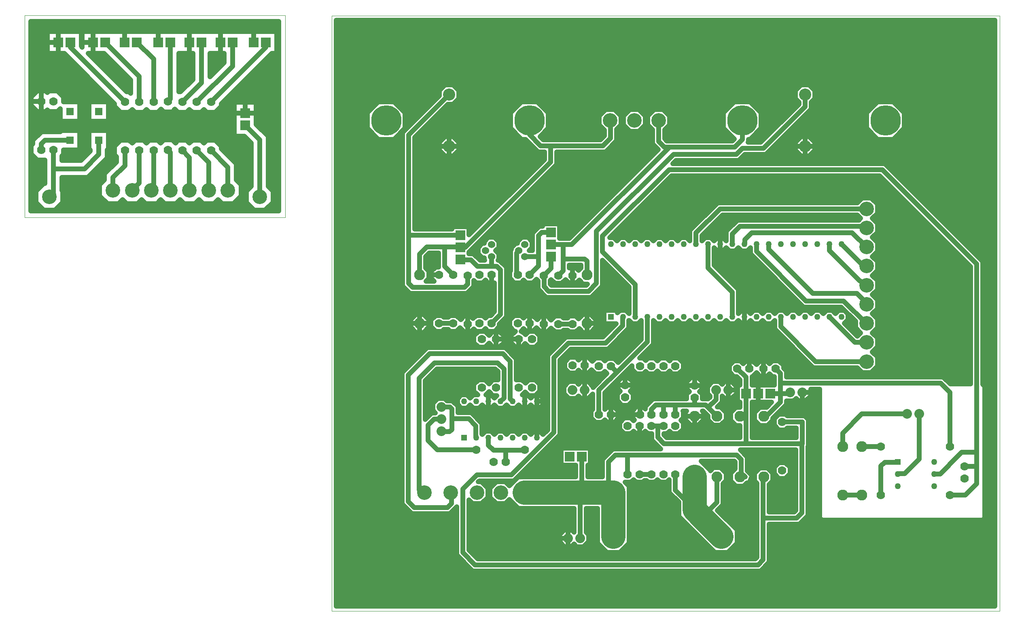
<source format=gbr>
G04 PROTEUS GERBER X2 FILE*
%TF.GenerationSoftware,Labcenter,Proteus,8.15-SP1-Build34318*%
%TF.CreationDate,2023-09-22T11:42:13+00:00*%
%TF.FileFunction,Copper,L2,Bot*%
%TF.FilePolarity,Positive*%
%TF.Part,Single*%
%TF.SameCoordinates,{8a78c1d3-1a7b-4f14-8512-878e163c9550}*%
%FSLAX45Y45*%
%MOMM*%
G01*
%TA.AperFunction,Conductor*%
%ADD10C,1.016000*%
%ADD11C,5.080000*%
%TA.AperFunction,ComponentPad*%
%ADD12C,2.286000*%
%ADD13C,1.778000*%
%TA.AperFunction,ComponentPad*%
%ADD14R,2.032000X2.032000*%
%TA.AperFunction,ComponentPad*%
%ADD15C,2.032000*%
%TA.AperFunction,ComponentPad*%
%ADD16R,1.270000X1.270000*%
%ADD17C,1.270000*%
%TA.AperFunction,ComponentPad*%
%ADD18R,1.524000X1.524000*%
%TA.AperFunction,ComponentPad*%
%ADD19C,1.524000*%
%TA.AperFunction,OtherPad,Unknown*%
%ADD70C,3.048000*%
%TA.AperFunction,ComponentPad*%
%ADD71C,2.540000*%
%ADD20C,6.350000*%
%TA.AperFunction,ComponentPad*%
%ADD21C,3.048000*%
%TA.AperFunction,Profile*%
%ADD22C,0.101600*%
%TD.AperFunction*%
%TA.AperFunction,Conductor*%
G36*
X+7940000Y-3580000D02*
X-5850000Y-3580000D01*
X-5850000Y+8700000D01*
X+7940000Y+8700000D01*
X+7940000Y-3580000D01*
G37*
%TD.AperFunction*%
%LPC*%
G36*
X+4166379Y+7227728D02*
X+4166379Y+7059392D01*
X+4090178Y+6983191D01*
X+4090178Y+6834573D01*
X+3143158Y+5887553D01*
X+2703172Y+5887553D01*
X+2578620Y+5763001D01*
X+1262603Y+5763001D01*
X+1196601Y+5696999D01*
X+5632603Y+5696999D01*
X+7685517Y+3644085D01*
X+7685517Y+1072245D01*
X+7726200Y+1031562D01*
X+7726200Y-1731562D01*
X+7681562Y-1776200D01*
X+4318438Y-1776200D01*
X+4273800Y-1731562D01*
X+4273800Y+973001D01*
X+4081799Y+973001D01*
X+4081799Y+826353D01*
X+3977647Y+722201D01*
X+3830353Y+722201D01*
X+3777000Y+775554D01*
X+3723647Y+722201D01*
X+3576998Y+722201D01*
X+3576998Y+647396D01*
X+3290499Y+360897D01*
X+3290499Y+321093D01*
X+3178907Y+209501D01*
X+3021093Y+209501D01*
X+2909501Y+321093D01*
X+2909501Y+478907D01*
X+3021093Y+590499D01*
X+3160897Y+590499D01*
X+3266599Y+696201D01*
X+2852999Y+696201D01*
X+2852999Y-47246D01*
X+3777986Y-47246D01*
X+3777986Y+157001D01*
X+3590486Y+157001D01*
X+3552386Y+118901D01*
X+3415614Y+118901D01*
X+3318901Y+215614D01*
X+3318901Y+352386D01*
X+3415614Y+449099D01*
X+3552386Y+449099D01*
X+3590486Y+410999D01*
X+3957590Y+410999D01*
X+4031984Y+336605D01*
X+4031984Y-202605D01*
X+4031983Y-202606D01*
X+4031984Y-224636D01*
X+4020640Y-235980D01*
X+4020640Y-1676121D01*
X+3842961Y-1853800D01*
X+3213644Y-1853800D01*
X+3213644Y-2655958D01*
X+3032603Y-2836999D01*
X-2992603Y-2836999D01*
X-3326999Y-2502603D01*
X-3326999Y-1494007D01*
X-3470074Y-1637082D01*
X-4266446Y-1637082D01*
X-4467842Y-1435686D01*
X-4467842Y+1315353D01*
X-3943656Y+1839539D01*
X-3891052Y+1839539D01*
X-2309938Y+1839540D01*
X-2079680Y+1609282D01*
X-2079680Y+1169099D01*
X-1961614Y+1169099D01*
X-1888000Y+1095485D01*
X-1818386Y+1165099D01*
X-1681614Y+1165099D01*
X-1584901Y+1068386D01*
X-1584901Y+931614D01*
X-1664816Y+851699D01*
X-1588135Y+851699D01*
X-1506301Y+769865D01*
X-1506301Y+654135D01*
X-1588135Y+572301D01*
X-1703865Y+572301D01*
X-1773000Y+641436D01*
X-1842135Y+572301D01*
X-1957865Y+572301D01*
X-2027000Y+641436D01*
X-2096135Y+572301D01*
X-2211865Y+572301D01*
X-2281000Y+641436D01*
X-2350135Y+572301D01*
X-2465865Y+572301D01*
X-2535000Y+641436D01*
X-2604135Y+572301D01*
X-2719865Y+572301D01*
X-2789000Y+641436D01*
X-2858135Y+572301D01*
X-2973865Y+572301D01*
X-3043000Y+641436D01*
X-3112135Y+572301D01*
X-3227865Y+572301D01*
X-3309699Y+654135D01*
X-3309699Y+769865D01*
X-3227865Y+851699D01*
X-3112135Y+851699D01*
X-3043000Y+782564D01*
X-2973865Y+851699D01*
X-2885184Y+851699D01*
X-2965099Y+931614D01*
X-2965099Y+1068386D01*
X-2868386Y+1165099D01*
X-2731614Y+1165099D01*
X-2650000Y+1083485D01*
X-2568386Y+1165099D01*
X-2460635Y+1165099D01*
X-2460635Y+1339572D01*
X-2518211Y+1397148D01*
X-3737994Y+1397148D01*
X-3988299Y+1146843D01*
X-3988299Y+336920D01*
X-3852220Y+472999D01*
X-3774447Y+472999D01*
X-3774446Y+473000D01*
X-3827799Y+526353D01*
X-3827799Y+673647D01*
X-3723647Y+777799D01*
X-3576353Y+777799D01*
X-3525553Y+726999D01*
X-3418134Y+726999D01*
X-3302433Y+611298D01*
X-3302433Y+476999D01*
X-3021797Y+476999D01*
X-2798092Y+253294D01*
X-2798092Y+29656D01*
X-2789000Y+20564D01*
X-2719865Y+89699D01*
X-2604135Y+89699D01*
X-2535000Y+20564D01*
X-2465865Y+89699D01*
X-2350135Y+89699D01*
X-2281000Y+20564D01*
X-2211865Y+89699D01*
X-2096135Y+89699D01*
X-2027000Y+20564D01*
X-1957865Y+89699D01*
X-1842135Y+89699D01*
X-1773000Y+20564D01*
X-1703865Y+89699D01*
X-1588135Y+89699D01*
X-1518517Y+20081D01*
X-1419888Y+118710D01*
X-1419888Y+1684606D01*
X-1040092Y+2064402D01*
X-265200Y+2064402D01*
X+14699Y+2344301D01*
X-239699Y+2344301D01*
X-239699Y+2623699D01*
X+39699Y+2623699D01*
X+39699Y+2567263D01*
X+96135Y+2623699D01*
X+211865Y+2623699D01*
X+281000Y+2554564D01*
X+281001Y+2554565D01*
X+281001Y+3113284D01*
X-273001Y+3667286D01*
X-273001Y+3132712D01*
X-513970Y+2891743D01*
X-1451949Y+2891743D01*
X-1626463Y+3066257D01*
X-1626463Y+3242978D01*
X-1658000Y+3274515D01*
X-1731614Y+3200901D01*
X-1868386Y+3200901D01*
X-1925001Y+3257514D01*
X-1981614Y+3200901D01*
X-2118386Y+3200901D01*
X-2215099Y+3297614D01*
X-2215099Y+3434386D01*
X-2201918Y+3447567D01*
X-2201918Y+3877684D01*
X-2179399Y+3900203D01*
X-2179399Y+3936126D01*
X-2090126Y+4025399D01*
X-2052399Y+4025399D01*
X-2052399Y+4063126D01*
X-1963126Y+4152399D01*
X-1836874Y+4152399D01*
X-1747601Y+4063126D01*
X-1747601Y+3936874D01*
X-1811475Y+3873000D01*
X-1811474Y+3872999D01*
X-1741837Y+3872999D01*
X-1741836Y+4239576D01*
X-1596413Y+4384999D01*
X-1527799Y+4384999D01*
X-1527799Y+4435799D01*
X-1172201Y+4435799D01*
X-1172201Y+4130999D01*
X-968603Y+4130999D01*
X+892161Y+5991763D01*
X+773001Y+6110923D01*
X+773001Y+6403711D01*
X+671401Y+6505311D01*
X+671401Y+6694689D01*
X+805311Y+6828599D01*
X+994689Y+6828599D01*
X+1128599Y+6694689D01*
X+1128599Y+6505311D01*
X+1026999Y+6403711D01*
X+1026999Y+6216129D01*
X+1071339Y+6171789D01*
X+2442187Y+6171789D01*
X+2481812Y+6211414D01*
X+2256301Y+6436925D01*
X+2256301Y+6763075D01*
X+2486925Y+6993699D01*
X+2813075Y+6993699D01*
X+3043699Y+6763075D01*
X+3043699Y+6436925D01*
X+2813075Y+6206301D01*
X+2776999Y+6206301D01*
X+2776999Y+6147397D01*
X+2771153Y+6141551D01*
X+3037952Y+6141551D01*
X+3836181Y+6939780D01*
X+3836181Y+6983192D01*
X+3759981Y+7059392D01*
X+3759981Y+7227728D01*
X+3879012Y+7346759D01*
X+4047348Y+7346759D01*
X+4166379Y+7227728D01*
G37*
G36*
X-409501Y+2428907D02*
X-409501Y+2271093D01*
X-521093Y+2159501D01*
X-678907Y+2159501D01*
X-759961Y+2240554D01*
X-831614Y+2168901D01*
X-968386Y+2168901D01*
X-1006486Y+2207001D01*
X-1093514Y+2207001D01*
X-1131614Y+2168901D01*
X-1268386Y+2168901D01*
X-1350000Y+2250515D01*
X-1431614Y+2168901D01*
X-1568386Y+2168901D01*
X-1658000Y+2258515D01*
X-1731614Y+2184901D01*
X-1868386Y+2184901D01*
X-1925000Y+2241515D01*
X-1981416Y+2185099D01*
X-1961614Y+2185099D01*
X-1888000Y+2111485D01*
X-1818386Y+2181099D01*
X-1681614Y+2181099D01*
X-1584901Y+2084386D01*
X-1584901Y+1947614D01*
X-1681614Y+1850901D01*
X-1818386Y+1850901D01*
X-1892000Y+1924515D01*
X-1961614Y+1854901D01*
X-2098386Y+1854901D01*
X-2195099Y+1951614D01*
X-2195099Y+2088386D01*
X-2098584Y+2184901D01*
X-2118386Y+2184901D01*
X-2215099Y+2281614D01*
X-2215099Y+2418386D01*
X-2118386Y+2515099D01*
X-1981614Y+2515099D01*
X-1925000Y+2458485D01*
X-1868386Y+2515099D01*
X-1731614Y+2515099D01*
X-1642000Y+2425485D01*
X-1568386Y+2499099D01*
X-1431614Y+2499099D01*
X-1350000Y+2417485D01*
X-1268386Y+2499099D01*
X-1131614Y+2499099D01*
X-1093514Y+2460998D01*
X-1006487Y+2460998D01*
X-968386Y+2499099D01*
X-831614Y+2499099D01*
X-775961Y+2443445D01*
X-678907Y+2540499D01*
X-521093Y+2540499D01*
X-409501Y+2428907D01*
G37*
G36*
X-2334901Y+2084386D02*
X-2334901Y+1947614D01*
X-2431614Y+1850901D01*
X-2568386Y+1850901D01*
X-2650000Y+1932515D01*
X-2731614Y+1850901D01*
X-2868386Y+1850901D01*
X-2965099Y+1947614D01*
X-2965099Y+2084386D01*
X-2868386Y+2181099D01*
X-2731614Y+2181099D01*
X-2650000Y+2099485D01*
X-2568386Y+2181099D01*
X-2431614Y+2181099D01*
X-2334901Y+2084386D01*
G37*
G36*
X-3283621Y+7227728D02*
X-3283621Y+7059392D01*
X-3402652Y+6940361D01*
X-3510417Y+6940361D01*
X-4207723Y+6243055D01*
X-4207723Y+4326998D01*
X-3427799Y+4326998D01*
X-3427799Y+4377799D01*
X-3072201Y+4377799D01*
X-3072201Y+4201293D01*
X-1491157Y+5782337D01*
X-1491157Y+5943348D01*
X-1621129Y+5943348D01*
X-1884082Y+6206301D01*
X-1965875Y+6206301D01*
X-2196499Y+6436925D01*
X-2196499Y+6763075D01*
X-1965875Y+6993699D01*
X-1639725Y+6993699D01*
X-1409101Y+6763075D01*
X-1409101Y+6436925D01*
X-1582302Y+6263724D01*
X-1515923Y+6197346D01*
X-317068Y+6197346D01*
X-235755Y+6278659D01*
X-235755Y+6396467D01*
X-344599Y+6505311D01*
X-344599Y+6694689D01*
X-210689Y+6828599D01*
X-21311Y+6828599D01*
X+112599Y+6694689D01*
X+112599Y+6505311D01*
X+18243Y+6410955D01*
X+18243Y+6173453D01*
X-211862Y+5943348D01*
X-1237159Y+5943348D01*
X-1237159Y+5677131D01*
X-3072201Y+3842089D01*
X-3072201Y+3809945D01*
X-2973460Y+3809945D01*
X-2836269Y+3672754D01*
X-2742279Y+3672754D01*
X-2752399Y+3682874D01*
X-2752399Y+3720601D01*
X-2790126Y+3720601D01*
X-2879399Y+3809874D01*
X-2879399Y+3936126D01*
X-2790126Y+4025399D01*
X-2752399Y+4025399D01*
X-2752399Y+4063126D01*
X-2663126Y+4152399D01*
X-2536874Y+4152399D01*
X-2447601Y+4063126D01*
X-2447601Y+3936874D01*
X-2511475Y+3873000D01*
X-2447601Y+3809126D01*
X-2447601Y+3682874D01*
X-2457721Y+3672754D01*
X-2432535Y+3672754D01*
X-2283174Y+3523393D01*
X-2283174Y+2487224D01*
X-2434901Y+2335497D01*
X-2434901Y+2281614D01*
X-2531614Y+2184901D01*
X-2668386Y+2184901D01*
X-2725000Y+2241515D01*
X-2781614Y+2184901D01*
X-2918386Y+2184901D01*
X-2967000Y+2233515D01*
X-3031614Y+2168901D01*
X-3168386Y+2168901D01*
X-3258000Y+2258515D01*
X-3331614Y+2184901D01*
X-3468386Y+2184901D01*
X-3506486Y+2223001D01*
X-3593514Y+2223001D01*
X-3631614Y+2184901D01*
X-3768386Y+2184901D01*
X-3865099Y+2281614D01*
X-3865099Y+2418386D01*
X-3768386Y+2515099D01*
X-3631614Y+2515099D01*
X-3593514Y+2476998D01*
X-3506487Y+2476998D01*
X-3468386Y+2515099D01*
X-3331614Y+2515099D01*
X-3242000Y+2425485D01*
X-3168386Y+2499099D01*
X-3031614Y+2499099D01*
X-2983000Y+2450485D01*
X-2918386Y+2515099D01*
X-2781614Y+2515099D01*
X-2725000Y+2458485D01*
X-2668386Y+2515099D01*
X-2614503Y+2515099D01*
X-2537172Y+2592430D01*
X-2537172Y+3200901D01*
X-2668386Y+3200901D01*
X-2725000Y+3257515D01*
X-2781614Y+3200901D01*
X-2918386Y+3200901D01*
X-2967000Y+3249515D01*
X-2968592Y+3247923D01*
X-2968592Y+3119539D01*
X-3115130Y+2973001D01*
X-4302603Y+2973001D01*
X-4461721Y+3132119D01*
X-4461721Y+6348261D01*
X-3690019Y+7119963D01*
X-3690019Y+7227728D01*
X-3570988Y+7346759D01*
X-3402652Y+7346759D01*
X-3283621Y+7227728D01*
G37*
G36*
X-4178907Y+2540499D02*
X-4021093Y+2540499D01*
X-3909501Y+2428907D01*
X-3909501Y+2271093D01*
X-4021093Y+2159501D01*
X-4178907Y+2159501D01*
X-4290499Y+2271093D01*
X-4290499Y+2428907D01*
X-4178907Y+2540499D01*
G37*
G36*
X-3402652Y+5853241D02*
X-3570988Y+5853241D01*
X-3690019Y+5972272D01*
X-3690019Y+6140608D01*
X-3570988Y+6259639D01*
X-3402652Y+6259639D01*
X-3283621Y+6140608D01*
X-3283621Y+5972272D01*
X-3402652Y+5853241D01*
G37*
G36*
X-4636925Y+6206301D02*
X-4963075Y+6206301D01*
X-5193699Y+6436925D01*
X-5193699Y+6763075D01*
X-4963075Y+6993699D01*
X-4636925Y+6993699D01*
X-4406301Y+6763075D01*
X-4406301Y+6436925D01*
X-4636925Y+6206301D01*
G37*
G36*
X+4047348Y+5853241D02*
X+3879012Y+5853241D01*
X+3759981Y+5972272D01*
X+3759981Y+6140608D01*
X+3879012Y+6259639D01*
X+4047348Y+6259639D01*
X+4166379Y+6140608D01*
X+4166379Y+5972272D01*
X+4047348Y+5853241D01*
G37*
G36*
X+5810275Y+6206301D02*
X+5484125Y+6206301D01*
X+5253501Y+6436925D01*
X+5253501Y+6763075D01*
X+5484125Y+6993699D01*
X+5810275Y+6993699D01*
X+6040899Y+6763075D01*
X+6040899Y+6436925D01*
X+5810275Y+6206301D01*
G37*
G36*
X+620599Y+6694689D02*
X+620599Y+6505311D01*
X+486689Y+6371401D01*
X+297311Y+6371401D01*
X+163401Y+6505311D01*
X+163401Y+6694689D01*
X+297311Y+6828599D01*
X+486689Y+6828599D01*
X+620599Y+6694689D01*
G37*
%LPD*%
%TA.AperFunction,Conductor*%
G36*
X+5126712Y+4550000D02*
X+5087677Y+4510965D01*
X+2547397Y+4510965D01*
X+2313001Y+4276569D01*
X+2313001Y+4078565D01*
X+2313000Y+4078564D01*
X+2243865Y+4147699D01*
X+2128135Y+4147699D01*
X+2059000Y+4078564D01*
X+1989865Y+4147699D01*
X+1874135Y+4147699D01*
X+1806223Y+4079787D01*
X+1806223Y+4191019D01*
X+2238205Y+4623001D01*
X+5053711Y+4623001D01*
X+5126712Y+4550000D01*
G37*
%TD.AperFunction*%
%TA.AperFunction,Conductor*%
G36*
X+2636135Y+3868301D02*
X+2751865Y+3868301D01*
X+2820999Y+3937435D01*
X+2821001Y+3937434D01*
X+2821002Y+3805325D01*
X+3933326Y+2693001D01*
X+4721047Y+2693001D01*
X+5021401Y+2392647D01*
X+5021401Y+2255311D01*
X+5126712Y+2150000D01*
X+5056157Y+2079445D01*
X+4787583Y+2348019D01*
X+4865699Y+2426135D01*
X+4865699Y+2541865D01*
X+4783865Y+2623699D01*
X+4668135Y+2623699D01*
X+4599000Y+2554564D01*
X+4529865Y+2623699D01*
X+4414135Y+2623699D01*
X+4345000Y+2554564D01*
X+4275865Y+2623699D01*
X+4160135Y+2623699D01*
X+4091000Y+2554564D01*
X+4021865Y+2623699D01*
X+3906135Y+2623699D01*
X+3837000Y+2554564D01*
X+3767865Y+2623699D01*
X+3652135Y+2623699D01*
X+3583000Y+2554564D01*
X+3513865Y+2623699D01*
X+3398135Y+2623699D01*
X+3329000Y+2554564D01*
X+3259865Y+2623699D01*
X+3144135Y+2623699D01*
X+3075000Y+2554564D01*
X+3005865Y+2623699D01*
X+2890135Y+2623699D01*
X+2821000Y+2554564D01*
X+2751865Y+2623699D01*
X+2636135Y+2623699D01*
X+2567000Y+2554564D01*
X+2566999Y+2554565D01*
X+2566999Y+3058363D01*
X+2058999Y+3566363D01*
X+2058999Y+3937435D01*
X+2059000Y+3937436D01*
X+2128135Y+3868301D01*
X+2243865Y+3868301D01*
X+2313000Y+3937436D01*
X+2382135Y+3868301D01*
X+2497865Y+3868301D01*
X+2567000Y+3937436D01*
X+2636135Y+3868301D01*
G37*
%TD.AperFunction*%
%TA.AperFunction,Conductor*%
G36*
X-726999Y+3508407D02*
X-775961Y+3459445D01*
X-831614Y+3515099D01*
X-968386Y+3515099D01*
X-973001Y+3510484D01*
X-973001Y+3573001D01*
X-726999Y+3573001D01*
X-726999Y+3508407D01*
G37*
%TD.AperFunction*%
%TA.AperFunction,Conductor*%
G36*
X-968386Y+3184901D02*
X-831614Y+3184901D01*
X-759961Y+3256554D01*
X-678907Y+3175501D01*
X-589416Y+3175501D01*
X-619176Y+3145741D01*
X-1346743Y+3145741D01*
X-1372465Y+3171463D01*
X-1372465Y+3244050D01*
X-1350000Y+3266515D01*
X-1268386Y+3184901D01*
X-1131614Y+3184901D01*
X-1050000Y+3266515D01*
X-968386Y+3184901D01*
G37*
%TD.AperFunction*%
%TA.AperFunction,Conductor*%
G36*
X+7431519Y+3538879D02*
X+7431519Y+1076200D01*
X+7003402Y+1076200D01*
X+6852603Y+1226999D01*
X+3576999Y+1226999D01*
X+3576999Y+1352603D01*
X+3515099Y+1414503D01*
X+3515099Y+1468386D01*
X+3418386Y+1565099D01*
X+3281614Y+1565099D01*
X+3222999Y+1506484D01*
X+3164386Y+1565099D01*
X+3027614Y+1565099D01*
X+2948000Y+1485485D01*
X+2868386Y+1565099D01*
X+2731614Y+1565099D01*
X+2673000Y+1506485D01*
X+2614386Y+1565099D01*
X+2477614Y+1565099D01*
X+2380901Y+1468386D01*
X+2380901Y+1331614D01*
X+2477614Y+1234901D01*
X+2531497Y+1234901D01*
X+2599001Y+1167397D01*
X+2599001Y+1051799D01*
X+2548201Y+1051799D01*
X+2548201Y+696201D01*
X+2599001Y+696201D01*
X+2599001Y+590499D01*
X+2521093Y+590499D01*
X+2409501Y+478907D01*
X+2409501Y+321093D01*
X+2521093Y+209501D01*
X+2599001Y+209501D01*
X+2599001Y-47246D01*
X+1065471Y-47246D01*
X+1006999Y+11226D01*
X+1006999Y+34901D01*
X+1068386Y+34901D01*
X+1125000Y+91515D01*
X+1181614Y+34901D01*
X+1318386Y+34901D01*
X+1415099Y+131614D01*
X+1415099Y+268386D01*
X+1363484Y+319999D01*
X+1415099Y+371614D01*
X+1415099Y+508386D01*
X+1411360Y+512125D01*
X+1488719Y+512125D01*
X+1459501Y+482907D01*
X+1459501Y+325093D01*
X+1571093Y+213501D01*
X+1728907Y+213501D01*
X+1840499Y+325093D01*
X+1840499Y+482907D01*
X+1811281Y+512125D01*
X+1832273Y+512125D01*
X+1929501Y+414897D01*
X+1929501Y+325093D01*
X+2041093Y+213501D01*
X+2198907Y+213501D01*
X+2310499Y+325093D01*
X+2310499Y+482907D01*
X+2198907Y+594499D01*
X+2124101Y+594499D01*
X+2226999Y+697397D01*
X+2226999Y+825553D01*
X+2227000Y+825554D01*
X+2280353Y+772201D01*
X+2427647Y+772201D01*
X+2531799Y+876353D01*
X+2531799Y+1023647D01*
X+2427647Y+1127799D01*
X+2280353Y+1127799D01*
X+2227000Y+1074446D01*
X+2173647Y+1127799D01*
X+2026353Y+1127799D01*
X+1922201Y+1023647D01*
X+1922201Y+876353D01*
X+1973001Y+825553D01*
X+1973001Y+802603D01*
X+1936521Y+766123D01*
X+1815099Y+766123D01*
X+1815099Y+864386D01*
X+1756485Y+923000D01*
X+1815099Y+981614D01*
X+1815099Y+1118386D01*
X+1718386Y+1215099D01*
X+1581614Y+1215099D01*
X+1484901Y+1118386D01*
X+1484901Y+981614D01*
X+1543515Y+923000D01*
X+1484901Y+864386D01*
X+1484901Y+766123D01*
X+785950Y+766123D01*
X+623001Y+603174D01*
X+623001Y+556152D01*
X+575220Y+603933D01*
X+438448Y+603933D01*
X+341735Y+507220D01*
X+341735Y+370448D01*
X+389349Y+322834D01*
X+375000Y+308485D01*
X+318386Y+365099D01*
X+181614Y+365099D01*
X+84901Y+268386D01*
X+84901Y+131614D01*
X+181614Y+34901D01*
X+318386Y+34901D01*
X+375000Y+91515D01*
X+431614Y+34901D01*
X+568386Y+34901D01*
X+625000Y+91515D01*
X+681614Y+34901D01*
X+753001Y+34901D01*
X+753001Y-93980D01*
X+942022Y-283001D01*
X-59157Y-283001D01*
X-276692Y-500536D01*
X-276692Y-869801D01*
X-584800Y-869801D01*
X-584800Y-617598D01*
X-534000Y-617598D01*
X-534000Y-262000D01*
X-1143598Y-262000D01*
X-1143598Y-617598D01*
X-838798Y-617598D01*
X-838798Y-869801D01*
X-2036773Y-869801D01*
X-2221842Y-1054870D01*
X-2305311Y-971401D01*
X-2494689Y-971401D01*
X-2628599Y-1105311D01*
X-2628599Y-1294689D01*
X-2494689Y-1428599D01*
X-2305311Y-1428599D01*
X-2221842Y-1345130D01*
X-2036773Y-1530199D01*
X-872999Y-1530199D01*
X-872999Y-2025553D01*
X-873000Y-2025554D01*
X-926353Y-1972201D01*
X-1073647Y-1972201D01*
X-1177799Y-2076353D01*
X-1177799Y-2223647D01*
X-1073647Y-2327799D01*
X-926353Y-2327799D01*
X-873000Y-2274446D01*
X-819647Y-2327799D01*
X-672353Y-2327799D01*
X-568201Y-2223647D01*
X-568201Y-2076353D01*
X-619001Y-2025553D01*
X-619001Y-1530199D01*
X-380199Y-1530199D01*
X-380199Y-2252773D01*
X-186773Y-2446199D01*
X+86773Y-2446199D01*
X+280199Y-2252773D01*
X+280199Y-1063229D01*
X+198069Y-981099D01*
X+318386Y-981099D01*
X+375000Y-924485D01*
X+431614Y-981099D01*
X+568386Y-981099D01*
X+606486Y-942999D01*
X+643514Y-942999D01*
X+681614Y-981099D01*
X+818386Y-981099D01*
X+874999Y-924486D01*
X+931614Y-981099D01*
X+1068386Y-981099D01*
X+1123001Y-926484D01*
X+1123002Y-1196175D01*
X+1319801Y-1392974D01*
X+1319801Y-1692771D01*
X+2073228Y-2446198D01*
X+2346772Y-2446198D01*
X+2540198Y-2252772D01*
X+2540198Y-1979228D01*
X+2130286Y-1569316D01*
X+2246999Y-1452603D01*
X+2246999Y-1008407D01*
X+2310499Y-944907D01*
X+2310499Y-787093D01*
X+2198907Y-675501D01*
X+2041093Y-675501D01*
X+1980199Y-736395D01*
X+1980199Y-729227D01*
X+1787971Y-536999D01*
X+2484622Y-536999D01*
X+2503001Y-555378D01*
X+2503001Y-697593D01*
X+2409501Y-791093D01*
X+2409501Y-948907D01*
X+2521093Y-1060499D01*
X+2678907Y-1060499D01*
X+2742407Y-996999D01*
X+2794858Y-996999D01*
X+2859806Y-840203D01*
X+2756999Y-737396D01*
X+2756999Y-450172D01*
X+2608071Y-301244D01*
X+3766642Y-301244D01*
X+3766642Y-1570915D01*
X+3737755Y-1599802D01*
X+3213644Y-1599802D01*
X+3213644Y-1025762D01*
X+3290499Y-948907D01*
X+3290499Y-791093D01*
X+3178907Y-679501D01*
X+3021093Y-679501D01*
X+2909501Y-791093D01*
X+2909501Y-948907D01*
X+2959646Y-999052D01*
X+2959646Y-2550752D01*
X+2927397Y-2583001D01*
X-2887397Y-2583001D01*
X-3073001Y-2397397D01*
X-3073001Y-1350287D01*
X-2994689Y-1428599D01*
X-2805311Y-1428599D01*
X-2671401Y-1294689D01*
X-2671401Y-1105311D01*
X-2805311Y-971401D01*
X-2873515Y-971401D01*
X-2851669Y-949555D01*
X-2128949Y-949555D01*
X-1165890Y+13504D01*
X-1165890Y+1579400D01*
X-934886Y+1810404D01*
X-159994Y+1810404D01*
X+276998Y+2247396D01*
X+276998Y+2409434D01*
X+281000Y+2413436D01*
X+350135Y+2344301D01*
X+465865Y+2344301D01*
X+535000Y+2413436D01*
X+535001Y+2413435D01*
X+535001Y+2014603D01*
X+51941Y+1531543D01*
X-31614Y+1615099D01*
X-168386Y+1615099D01*
X-222000Y+1561485D01*
X-281614Y+1621099D01*
X-418386Y+1621099D01*
X-489000Y+1550485D01*
X-576780Y+1638265D01*
X-713552Y+1638265D01*
X-772166Y+1579651D01*
X-830780Y+1638265D01*
X-967552Y+1638265D01*
X-1064265Y+1541552D01*
X-1064265Y+1404780D01*
X-967552Y+1308067D01*
X-830780Y+1308067D01*
X-772166Y+1366681D01*
X-713552Y+1308067D01*
X-576780Y+1308067D01*
X-506166Y+1378681D01*
X-418386Y+1290901D01*
X-281614Y+1290901D01*
X-228001Y+1344514D01*
X-181544Y+1298058D01*
X-472201Y+1007401D01*
X-472201Y+1023647D01*
X-576353Y+1127799D01*
X-723647Y+1127799D01*
X-777000Y+1074446D01*
X-830353Y+1127799D01*
X-977647Y+1127799D01*
X-1081799Y+1023647D01*
X-1081799Y+876353D01*
X-977647Y+772201D01*
X-830353Y+772201D01*
X-777000Y+825554D01*
X-723647Y+772201D01*
X-576353Y+772201D01*
X-476999Y+871555D01*
X-476999Y+546486D01*
X-515099Y+508386D01*
X-515099Y+371614D01*
X-418386Y+274901D01*
X-281614Y+274901D01*
X-228001Y+328514D01*
X-168386Y+268901D01*
X-31614Y+268901D01*
X+65099Y+365614D01*
X+65099Y+502386D01*
X-31614Y+599099D01*
X-168386Y+599099D01*
X-222000Y+545485D01*
X-223002Y+546487D01*
X-223002Y+897396D01*
X+341735Y+1462133D01*
X+341735Y+1386448D01*
X+438448Y+1289735D01*
X+575220Y+1289735D01*
X+629000Y+1343515D01*
X+681614Y+1290901D01*
X+818386Y+1290901D01*
X+875000Y+1347515D01*
X+931614Y+1290901D01*
X+1068386Y+1290901D01*
X+1125000Y+1347515D01*
X+1181614Y+1290901D01*
X+1318386Y+1290901D01*
X+1415099Y+1387614D01*
X+1415099Y+1524386D01*
X+1318386Y+1621099D01*
X+1181614Y+1621099D01*
X+1125000Y+1564485D01*
X+1068386Y+1621099D01*
X+931614Y+1621099D01*
X+875000Y+1564485D01*
X+818386Y+1621099D01*
X+681614Y+1621099D01*
X+627834Y+1567319D01*
X+575220Y+1619933D01*
X+499535Y+1619933D01*
X+788999Y+1909397D01*
X+788999Y+2413435D01*
X+789000Y+2413436D01*
X+858135Y+2344301D01*
X+973865Y+2344301D01*
X+1043000Y+2413436D01*
X+1112135Y+2344301D01*
X+1227865Y+2344301D01*
X+1297000Y+2413436D01*
X+1366135Y+2344301D01*
X+1481865Y+2344301D01*
X+1551000Y+2413436D01*
X+1620135Y+2344301D01*
X+1735865Y+2344301D01*
X+1805000Y+2413436D01*
X+1874135Y+2344301D01*
X+1989865Y+2344301D01*
X+2059000Y+2413436D01*
X+2128135Y+2344301D01*
X+2243865Y+2344301D01*
X+2313000Y+2413436D01*
X+2382135Y+2344301D01*
X+2497865Y+2344301D01*
X+2567000Y+2413436D01*
X+2636135Y+2344301D01*
X+2751865Y+2344301D01*
X+2821000Y+2413436D01*
X+2890135Y+2344301D01*
X+3005865Y+2344301D01*
X+3075000Y+2413436D01*
X+3144135Y+2344301D01*
X+3259865Y+2344301D01*
X+3327569Y+2412005D01*
X+3327569Y+2230701D01*
X+4135269Y+1423001D01*
X+5053711Y+1423001D01*
X+5155311Y+1321401D01*
X+5344689Y+1321401D01*
X+5478599Y+1455311D01*
X+5478599Y+1644689D01*
X+5373288Y+1750000D01*
X+5478599Y+1855311D01*
X+5478599Y+2044689D01*
X+5373288Y+2150000D01*
X+5478599Y+2255311D01*
X+5478599Y+2444689D01*
X+5373288Y+2550000D01*
X+5478599Y+2655311D01*
X+5478599Y+2844689D01*
X+5373288Y+2950000D01*
X+5478599Y+3055311D01*
X+5478599Y+3244689D01*
X+5373288Y+3350000D01*
X+5478599Y+3455311D01*
X+5478599Y+3644689D01*
X+5373288Y+3750000D01*
X+5478599Y+3855311D01*
X+5478599Y+4044689D01*
X+5373288Y+4150000D01*
X+5478599Y+4255311D01*
X+5478599Y+4444689D01*
X+5373288Y+4550000D01*
X+5478599Y+4655311D01*
X+5478599Y+4844689D01*
X+5344689Y+4978599D01*
X+5155311Y+4978599D01*
X+5053711Y+4876999D01*
X+2132999Y+4876999D01*
X+1552225Y+4296225D01*
X+1552225Y+4079789D01*
X+1551000Y+4078564D01*
X+1481865Y+4147699D01*
X+1366135Y+4147699D01*
X+1297000Y+4078564D01*
X+1227865Y+4147699D01*
X+1112135Y+4147699D01*
X+1043000Y+4078564D01*
X+973865Y+4147699D01*
X+858135Y+4147699D01*
X+789000Y+4078564D01*
X+719865Y+4147699D01*
X+604135Y+4147699D01*
X+535000Y+4078564D01*
X+465865Y+4147699D01*
X+350135Y+4147699D01*
X+281000Y+4078564D01*
X+211865Y+4147699D01*
X+96135Y+4147699D01*
X+27000Y+4078564D01*
X-42135Y+4147699D01*
X-122699Y+4147699D01*
X+1172603Y+5443001D01*
X+5527397Y+5443001D01*
X+7431519Y+3538879D01*
G37*
%TD.AperFunction*%
%LPC*%
G36*
X+3415614Y-566901D02*
X+3552386Y-566901D01*
X+3649099Y-663614D01*
X+3649099Y-800386D01*
X+3552386Y-897099D01*
X+3415614Y-897099D01*
X+3318901Y-800386D01*
X+3318901Y-663614D01*
X+3415614Y-566901D01*
G37*
G36*
X+365099Y+1122386D02*
X+365099Y+985614D01*
X+306485Y+927000D01*
X+365099Y+868386D01*
X+365099Y+731614D01*
X+268386Y+634901D01*
X+131614Y+634901D01*
X+34901Y+731614D01*
X+34901Y+868386D01*
X+93515Y+927000D01*
X+34901Y+985614D01*
X+34901Y+1122386D01*
X+131614Y+1219099D01*
X+268386Y+1219099D01*
X+365099Y+1122386D01*
G37*
%LPD*%
%TA.AperFunction,Conductor*%
G36*
X+3027614Y+1234901D02*
X+3164386Y+1234901D01*
X+3223000Y+1293515D01*
X+3281614Y+1234901D01*
X+3323001Y+1234901D01*
X+3323001Y+1051799D01*
X+2852999Y+1051799D01*
X+2852999Y+1234901D01*
X+2868386Y+1234901D01*
X+2948000Y+1314515D01*
X+3027614Y+1234901D01*
G37*
%TD.AperFunction*%
%TA.AperFunction,Conductor*%
G36*
X-1818386Y+834901D02*
X-1720663Y+834901D01*
X-1773000Y+782564D01*
X-1842135Y+851699D01*
X-1948816Y+851699D01*
X-1892000Y+908515D01*
X-1818386Y+834901D01*
G37*
%TD.AperFunction*%
%TA.AperFunction,Conductor*%
G36*
X-2568386Y+834901D02*
X-2482663Y+834901D01*
X-2535000Y+782564D01*
X-2604135Y+851699D01*
X-2714816Y+851699D01*
X-2650000Y+916515D01*
X-2568386Y+834901D01*
G37*
%TD.AperFunction*%
%TA.AperFunction,Conductor*%
G36*
X-3706629Y+3545630D02*
X-3706629Y+3531099D01*
X-3768386Y+3531099D01*
X-3865099Y+3434386D01*
X-3865099Y+3297614D01*
X-3794484Y+3226999D01*
X-3969595Y+3226999D01*
X-3909501Y+3287093D01*
X-3909501Y+3444907D01*
X-3973001Y+3508407D01*
X-3973001Y+3747397D01*
X-3897397Y+3823001D01*
X-3706629Y+3823001D01*
X-3706629Y+3545630D01*
G37*
%TD.AperFunction*%
%TA.AperFunction,Conductor*%
G36*
X-7050000Y+4700000D02*
X-12235840Y+4700000D01*
X-12235840Y+8671680D01*
X-7050000Y+8671680D01*
X-7050000Y+4700000D01*
G37*
%TD.AperFunction*%
%LPC*%
G36*
X-7089321Y+8007241D02*
X-7195075Y+8007241D01*
X-8252021Y+6950295D01*
X-8252021Y+6896412D01*
X-8378492Y+6769941D01*
X-8557348Y+6769941D01*
X-8617921Y+6830512D01*
X-8678492Y+6769941D01*
X-8857348Y+6769941D01*
X-8917921Y+6830512D01*
X-8978492Y+6769941D01*
X-9157348Y+6769941D01*
X-9222921Y+6835512D01*
X-9278492Y+6779941D01*
X-9457348Y+6779941D01*
X-9512921Y+6835512D01*
X-9578492Y+6769941D01*
X-9757348Y+6769941D01*
X-9817921Y+6830512D01*
X-9878492Y+6769941D01*
X-10057348Y+6769941D01*
X-10117921Y+6830512D01*
X-10178492Y+6769941D01*
X-10357348Y+6769941D01*
X-10483819Y+6896412D01*
X-10483819Y+6950295D01*
X-11540765Y+8007241D01*
X-11896519Y+8007241D01*
X-11896519Y+8464439D01*
X-11185321Y+8464439D01*
X-11185321Y+8154685D01*
X-11166519Y+8135883D01*
X-11166519Y+8464439D01*
X-7089321Y+8464439D01*
X-7089321Y+8007241D01*
G37*
G36*
X-9212920Y+6130167D02*
X-9157348Y+6185739D01*
X-8978492Y+6185739D01*
X-8917920Y+6125167D01*
X-8857348Y+6185739D01*
X-8678492Y+6185739D01*
X-8617920Y+6125167D01*
X-8557348Y+6185739D01*
X-8378492Y+6185739D01*
X-8252021Y+6059268D01*
X-8252021Y+6005385D01*
X-7939261Y+5692625D01*
X-7939261Y+5353171D01*
X-7837661Y+5251571D01*
X-7837661Y+5020109D01*
X-8001329Y+4856441D01*
X-8232791Y+4856441D01*
X-8317060Y+4940710D01*
X-8401329Y+4856441D01*
X-8632791Y+4856441D01*
X-8717490Y+4941140D01*
X-8802189Y+4856441D01*
X-9033651Y+4856441D01*
X-9117920Y+4940710D01*
X-9202189Y+4856441D01*
X-9433651Y+4856441D01*
X-9517920Y+4940710D01*
X-9602189Y+4856441D01*
X-9833651Y+4856441D01*
X-9917920Y+4940710D01*
X-10002189Y+4856441D01*
X-10233651Y+4856441D01*
X-10317490Y+4940280D01*
X-10401329Y+4856441D01*
X-10632791Y+4856441D01*
X-10796459Y+5020109D01*
X-10796459Y+5251571D01*
X-10694859Y+5353171D01*
X-10694859Y+5480345D01*
X-10445719Y+5729485D01*
X-10445719Y+5842312D01*
X-10483819Y+5880412D01*
X-10483819Y+6059268D01*
X-10357348Y+6185739D01*
X-10178492Y+6185739D01*
X-10117920Y+6125167D01*
X-10057348Y+6185739D01*
X-9878492Y+6185739D01*
X-9817920Y+6125167D01*
X-9757348Y+6185739D01*
X-9578492Y+6185739D01*
X-9522920Y+6130167D01*
X-9457348Y+6195739D01*
X-9278492Y+6195739D01*
X-9212920Y+6130167D01*
G37*
G36*
X-10614721Y+5982641D02*
X-10640121Y+5982641D01*
X-10640121Y+5812195D01*
X-11044275Y+5408041D01*
X-11590121Y+5408041D01*
X-11590121Y+5135251D01*
X-11570601Y+5115731D01*
X-11570601Y+4884269D01*
X-11734269Y+4720601D01*
X-11965731Y+4720601D01*
X-12129399Y+4884269D01*
X-12129399Y+5115731D01*
X-11965731Y+5279399D01*
X-11945719Y+5279399D01*
X-11945719Y+5769941D01*
X-12107348Y+5769941D01*
X-12233819Y+5896412D01*
X-12233819Y+6075268D01*
X-12195719Y+6113368D01*
X-12195719Y+6182887D01*
X-12014967Y+6363639D01*
X-11621119Y+6363639D01*
X-11621119Y+6389039D01*
X-11214721Y+6389039D01*
X-11214721Y+5982641D01*
X-11552021Y+5982641D01*
X-11552021Y+5896412D01*
X-11590121Y+5858312D01*
X-11590121Y+5763639D01*
X-11191565Y+5763639D01*
X-10995719Y+5959485D01*
X-10995719Y+5982641D01*
X-11021119Y+5982641D01*
X-11021119Y+6389039D01*
X-10614721Y+6389039D01*
X-10614721Y+5982641D01*
G37*
G36*
X-10614721Y+6582641D02*
X-11021119Y+6582641D01*
X-11021119Y+6989039D01*
X-10614721Y+6989039D01*
X-10614721Y+6582641D01*
G37*
G36*
X-11552021Y+7091268D02*
X-11552021Y+6989039D01*
X-11214721Y+6989039D01*
X-11214721Y+6582641D01*
X-11621119Y+6582641D01*
X-11621119Y+6843314D01*
X-11678492Y+6785941D01*
X-11857348Y+6785941D01*
X-11892920Y+6821513D01*
X-11928492Y+6785941D01*
X-12107348Y+6785941D01*
X-12233819Y+6912412D01*
X-12233819Y+7091268D01*
X-12107348Y+7217739D01*
X-11928492Y+7217739D01*
X-11892920Y+7182167D01*
X-11857348Y+7217739D01*
X-11678492Y+7217739D01*
X-11552021Y+7091268D01*
G37*
G36*
X-7521401Y+6521401D02*
X-7521401Y+6518845D01*
X-7272201Y+6269645D01*
X-7272201Y+5217331D01*
X-7170601Y+5115731D01*
X-7170601Y+4884269D01*
X-7334269Y+4720601D01*
X-7565731Y+4720601D01*
X-7729399Y+4884269D01*
X-7729399Y+5115731D01*
X-7627799Y+5217331D01*
X-7627799Y+6122355D01*
X-7772845Y+6267401D01*
X-7978599Y+6267401D01*
X-7978599Y+6978599D01*
X-7521401Y+6978599D01*
X-7521401Y+6521401D01*
G37*
%LPD*%
%TA.AperFunction,Conductor*%
G36*
X-8195719Y+7809485D02*
X-8490121Y+7515083D01*
X-8490121Y+8007241D01*
X-8195719Y+8007241D01*
X-8195719Y+7809485D01*
G37*
%TD.AperFunction*%
%TA.AperFunction,Conductor*%
G36*
X-8845719Y+7459485D02*
X-9103465Y+7201739D01*
X-9140121Y+7201739D01*
X-9140121Y+8007241D01*
X-8845719Y+8007241D01*
X-8845719Y+7459485D01*
G37*
%TD.AperFunction*%
%TA.AperFunction,Conductor*%
G36*
X-10145719Y+7446195D02*
X-10145719Y+7168966D01*
X-10178492Y+7201739D01*
X-10232375Y+7201739D01*
X-11037877Y+8007241D01*
X-10706765Y+8007241D01*
X-10145719Y+7446195D01*
G37*
%TD.AperFunction*%
D10*
X+1932000Y+4008000D02*
X+1932000Y+3513760D01*
X+2326435Y+3119325D01*
X+2440000Y+3005760D01*
X+2440000Y+2484000D01*
X+500000Y-816000D02*
X+750000Y-816000D01*
X+750000Y+200000D02*
X+880000Y+200000D01*
X+1000000Y+200000D01*
X-11417920Y+6185840D02*
X-11941322Y+6185840D01*
X-12017920Y+6109242D01*
X-12017920Y+5985840D01*
X-11767920Y+5585840D02*
X-11117920Y+5585840D01*
X-10817920Y+5885840D01*
X-10817920Y+6185840D01*
X-11767920Y+5985840D02*
X-11767920Y+5585840D01*
X-11413920Y+8235840D02*
X-11413920Y+8131840D01*
X-10267920Y+6985840D01*
X-10683920Y+8235840D02*
X-9967920Y+7519840D01*
X-9967920Y+6985840D01*
X-10017920Y+8235840D02*
X-9667920Y+7885840D01*
X-9667920Y+6985840D01*
X-9317920Y+8235840D02*
X-9317920Y+7045840D01*
X-9367920Y+6995840D01*
X-8467920Y+6985840D02*
X-7317920Y+8135840D01*
X-7317920Y+8235840D01*
X-8767920Y+6985840D02*
X-8017920Y+7735840D01*
X-8017920Y+8235840D01*
X-9067920Y+6985840D02*
X-8667920Y+7385840D01*
X-8667920Y+8235840D01*
X+2440000Y+4008000D02*
X+2440000Y+4223966D01*
X+2600000Y+4383966D01*
X+5241813Y+4383966D01*
X+5247172Y+4378607D01*
X+5250000Y+4350000D01*
X+5250000Y+3950000D02*
X+4949832Y+4250168D01*
X+4878734Y+4250168D01*
X+2850168Y+4250168D01*
X+2700000Y+4100000D01*
X+2700000Y+4014000D01*
X+2694000Y+4008000D01*
X+4726000Y+4008000D02*
X+5184000Y+3550000D01*
X+5250000Y+3550000D01*
X+4472000Y+4008000D02*
X+4472000Y+3877220D01*
X+5097600Y+3251620D01*
X+5250000Y+3150000D01*
X+2948000Y+4008000D02*
X+2948000Y+3857929D01*
X+3985929Y+2820000D01*
X+4773650Y+2820000D01*
X+5243650Y+2350000D01*
X+5250000Y+2350000D01*
X+3202000Y+4008000D02*
X+3202000Y+3901334D01*
X+3319368Y+3783966D01*
X+4123164Y+2980170D01*
X+4653670Y+2980170D01*
X+5047531Y+2980170D01*
X+5250000Y+2777701D01*
X+5250000Y+2750000D01*
X+4472000Y+2484000D02*
X+5006000Y+1950000D01*
X+5250000Y+1950000D01*
X+1650000Y+796000D02*
X+1650000Y+639124D01*
X+1250000Y+440000D02*
X+1250000Y+639124D01*
X+1650000Y+639124D01*
X+1000000Y+440000D02*
X+1000000Y+639124D01*
X+750000Y+440000D02*
X+750000Y+550571D01*
X+838553Y+639124D01*
X+1000000Y+639124D01*
X+1250000Y+639124D01*
X+2100000Y+950000D02*
X+2100000Y+750000D01*
X+1937000Y+587000D01*
X+1650000Y+639124D02*
X+1884876Y+639124D01*
X+1937000Y+587000D01*
X+2120000Y+404000D01*
X+3484000Y+284000D02*
X+3904985Y+284000D01*
X+3234000Y+874000D02*
X+3449982Y+874000D01*
X+3450000Y+874018D01*
X+3100000Y+400000D02*
X+3150000Y+400000D01*
X+3450000Y+700000D01*
X+3450000Y+874018D01*
X+3450000Y+900000D01*
X+3650000Y+900000D02*
X+3624018Y+874018D01*
X+3450000Y+874018D01*
X+2546000Y+1400000D02*
X+2726000Y+1220000D01*
X+2726000Y+874000D01*
X+880000Y+200000D02*
X+880000Y-41377D01*
X+1012868Y-174245D01*
X+2718642Y-174245D01*
X+2800000Y-174245D01*
X+2600000Y+400000D02*
X+2726000Y+400000D01*
X+2726000Y+874000D02*
X+2726000Y+400000D01*
X+2726000Y-166887D01*
X+2718642Y-174245D01*
X-3429432Y+350000D02*
X-3074400Y+350000D01*
X-2925091Y+200691D01*
X-2925091Y-40909D01*
X-2916000Y-50000D01*
X-3650000Y+600000D02*
X-3470737Y+600000D01*
X-3429432Y+558695D01*
X-3429432Y+350000D01*
X-3429432Y+127522D01*
X-3473856Y+83098D01*
X-3641098Y+83098D01*
X-3650000Y+92000D01*
X-3650000Y+346000D02*
X-3799617Y+346000D01*
X-3927503Y+218114D01*
X-3927503Y-104177D01*
X-3775939Y-255741D01*
X-3731680Y-300000D01*
X-2916000Y-300000D01*
X-2300000Y-550000D02*
X-2300000Y-311852D01*
X-2662000Y-50000D02*
X-2662000Y-207692D01*
X-2557840Y-311852D01*
X-2530402Y-311852D01*
X-2300000Y-311852D01*
X-1911852Y-311852D01*
X-1900000Y-300000D01*
X-2600000Y+3746000D02*
X-2600000Y+3545755D01*
X-2600000Y+2350000D02*
X-2410173Y+2539827D01*
X-2410173Y+3008750D01*
X-2410173Y+3470790D01*
X-2485138Y+3545755D01*
X-2600000Y+3545755D01*
X-2888872Y+3545755D01*
X-3026063Y+3682946D01*
X-3240946Y+3682946D01*
X-3250000Y+3692000D01*
X-3400000Y+2350000D02*
X-3700000Y+2350000D01*
X-3400000Y+3366000D02*
X-3579630Y+3545630D01*
X-3579630Y+3950000D01*
X-4100000Y+3366000D02*
X-4100000Y+3800000D01*
X-3950000Y+3950000D01*
X-3579630Y+3950000D01*
X-3254000Y+3950000D01*
X-3250000Y+3946000D01*
X-2027000Y+3873000D02*
X-2074919Y+3825081D01*
X-2074919Y+3390919D01*
X-2050000Y+3366000D01*
X-1900000Y+3746000D02*
X-1618838Y+3746000D01*
X-1614838Y+3750000D01*
X-1800000Y+3366000D02*
X-1614838Y+3551162D01*
X-1614838Y+3750000D01*
X-1614838Y+4186972D01*
X-1543810Y+4258000D01*
X-1350000Y+4258000D01*
X-1500000Y+3350000D02*
X-1350000Y+3500000D01*
X-1350000Y+3750000D01*
X-1350000Y+4004000D02*
X-1100000Y+4004000D01*
X-1200000Y+2334000D02*
X-900000Y+2334000D01*
X-4334722Y+3948252D02*
X-4334722Y+3184722D01*
X-4250000Y+3100000D01*
X-3167733Y+3100000D01*
X-3095591Y+3172142D01*
X-3095591Y+3345591D01*
X-3100000Y+3350000D01*
X-3250000Y+4200000D02*
X-4334722Y+4200000D01*
X-4334722Y+3948252D01*
X-4334722Y+4200000D02*
X-4334722Y+6295658D01*
X-3486820Y+7143560D01*
X-1802800Y+6600000D02*
X-1802800Y+6304621D01*
X-1568526Y+6070347D01*
X-1364158Y+6070347D01*
X-264465Y+6070347D01*
X-108756Y+6226056D01*
X-108756Y+6592756D01*
X-116000Y+6600000D01*
X+1250000Y+6044790D02*
X+2494790Y+6044790D01*
X+2650000Y+6200000D01*
X+2650000Y+6600000D01*
X-600000Y+3366000D02*
X-600000Y+3650000D01*
X-650000Y+3700000D01*
X-1100000Y+3700000D01*
X-1200000Y+3350000D02*
X-1100000Y+3450000D01*
X-1100000Y+3700000D01*
X-1100000Y+4004000D01*
X-3250000Y+3946000D02*
X-3147892Y+3946000D01*
X-1364158Y+5729734D01*
X-1364158Y+6070347D01*
X+6100000Y+450000D02*
X+5150000Y+450000D01*
X+4750000Y+50000D01*
X+4750000Y-234000D01*
X+5150000Y-234000D02*
X+5550000Y-234000D01*
X+4750000Y-1250000D02*
X+5150000Y-1250000D01*
X+5550000Y-1250000D02*
X+5550000Y-641459D01*
X+5632616Y-558843D01*
X+5891157Y-558843D01*
X+5900000Y-550000D01*
X+6354000Y+450000D02*
X+6354000Y-496000D01*
X+6050000Y-800000D01*
X+5904000Y-800000D01*
X+5900000Y-804000D01*
X-2408000Y+712000D02*
X-2333636Y+786364D01*
X-2333636Y+1392175D01*
X-2465608Y+1524147D01*
X-3790597Y+1524147D01*
X-4115298Y+1199446D01*
X-4115298Y-1134702D01*
X-4050000Y-1200000D01*
X-4000000Y-1200000D01*
X-2154000Y+712000D02*
X-2206679Y+764679D01*
X-2206679Y+791792D01*
X-2206679Y+1556679D01*
X-2250000Y+1600000D01*
X-2362541Y+1712541D01*
X-2700426Y+1712541D01*
X-3891052Y+1712541D01*
X-4340843Y+1262750D01*
X-4340843Y-1383083D01*
X-4213843Y-1510083D01*
X-3522677Y-1510083D01*
X-3438010Y-1425416D01*
X-3438010Y-1211990D01*
X-3450000Y-1200000D01*
X-10117920Y+5135840D02*
X-9967920Y+5285840D01*
X-9967920Y+5969840D01*
X-9717920Y+5135840D02*
X-9667920Y+5185840D01*
X-9667920Y+5969840D01*
X-9317920Y+5135840D02*
X-9317920Y+5929840D01*
X-9367920Y+5979840D01*
X-8917920Y+5135840D02*
X-8917920Y+5819840D01*
X-9067920Y+5969840D01*
X-8767920Y+5969840D02*
X-8517060Y+5718980D01*
X-8517060Y+5135840D01*
X-8467920Y+5969840D02*
X-8117060Y+5618980D01*
X-8117060Y+5135840D01*
X-10517060Y+5135840D02*
X-10517060Y+5406700D01*
X-10267920Y+5655840D01*
X-10267920Y+5969840D01*
X-100000Y+1450000D02*
X+25000Y+1325000D01*
X-350000Y+440000D02*
X-350000Y+950000D01*
X-300000Y+1000000D01*
X+25000Y+1325000D01*
X+662000Y+1962000D01*
X+662000Y+2484000D01*
X+7000000Y-1250000D02*
X+7320520Y-1250000D01*
X+7558518Y-1012002D01*
X+7558518Y-850000D01*
X+6662000Y-804000D02*
X+6790938Y-804000D01*
X+7164801Y-430137D01*
X+7244938Y-350000D01*
X+7558518Y-350000D01*
X+7300000Y-646000D02*
X+7554518Y-646000D01*
X+7558518Y-650000D01*
X+7558518Y-850000D02*
X+7558518Y-650000D01*
X+3450000Y+1100000D02*
X+6800000Y+1100000D01*
X+7000000Y+900000D01*
X+7000000Y-234000D01*
X+3450000Y+900000D02*
X+3450000Y+1100000D01*
X+3450000Y+1300000D01*
X+3350000Y+1400000D01*
X-1100000Y+4004000D02*
X-916000Y+4004000D01*
X+1124790Y+6044790D01*
X+1250000Y+6044790D01*
X+900000Y+6600000D02*
X+900000Y+6163526D01*
X+1018736Y+6044790D01*
X+1124790Y+6044790D01*
X+7558518Y-350000D02*
X+7558518Y-400000D01*
X+7558518Y-650000D02*
X+7558518Y-400000D01*
X+3893641Y-174245D02*
X+3893641Y-161344D01*
X+3904985Y-150000D01*
X+3904985Y-172031D02*
X+3904985Y-150000D01*
X+3904985Y+284000D01*
X+2800000Y-174245D02*
X+3893641Y-174245D01*
X+3902771Y-174245D01*
X+3904985Y-172031D01*
X+3086645Y-1726801D02*
X+3790358Y-1726801D01*
X+3893641Y-1623518D01*
X+3893641Y-174245D01*
X-746000Y-2150000D02*
X-746000Y-1204000D01*
X-750000Y-1200000D01*
D11*
X-1900000Y-1200000D02*
X-750000Y-1200000D01*
D10*
X-711799Y-439799D02*
X-711799Y-1188535D01*
X-723264Y-1200000D01*
D11*
X-750000Y-1200000D02*
X-723264Y-1200000D01*
D10*
X+2600000Y-870000D02*
X+2710001Y-870000D01*
X+2630000Y-789999D01*
X+2120000Y-866000D02*
X+2120000Y-1400000D01*
X+1807000Y-1713000D01*
D11*
X+2210000Y-2116000D01*
D10*
X+1250000Y-816000D02*
X+1250000Y-1143571D01*
X+1453358Y-1346929D01*
X+1460287Y-1340000D01*
X+1650000Y-1340000D01*
D11*
X+1650000Y-866000D02*
X+1650000Y-1340000D01*
X+1650000Y-1556000D01*
X+1807000Y-1713000D01*
D10*
X+500000Y-410000D02*
X+465701Y-410000D01*
D11*
X-723264Y-1200000D02*
X-145985Y-1200000D01*
X-50000Y-1200000D01*
X-50000Y-2116000D01*
D10*
X+2630000Y-789999D02*
X+2630000Y-502775D01*
X+2537225Y-410000D01*
X+500000Y-410000D01*
X+250000Y-816000D02*
X+250000Y-414482D01*
X+254482Y-410000D01*
X+465701Y-410000D02*
X+254482Y-410000D01*
X-6554Y-410000D01*
X-149693Y-553139D01*
X-149693Y-1196292D01*
X-145985Y-1200000D01*
X+3086645Y-1770000D02*
X+3086645Y-1726801D01*
X+3086645Y-883355D01*
X+3100000Y-870000D01*
X+154000Y+2484000D02*
X+150000Y+2480000D01*
X+150000Y+2300000D01*
X-212597Y+1937403D01*
X-987489Y+1937403D01*
X-1292889Y+1632003D01*
X-1292889Y+66107D01*
X-2181552Y-822556D01*
X-2904272Y-822556D01*
X-3200000Y-1118284D01*
X-3200000Y-2450000D01*
X-2940000Y-2710000D01*
X+2980000Y-2710000D01*
X+3086645Y-2603355D01*
X+3086645Y-1770000D01*
X-11767920Y+5585840D02*
X-11767920Y+5082080D01*
X-11850000Y+5000000D01*
X-7750000Y+6496000D02*
X-7450000Y+6196000D01*
X-7450000Y+5000000D01*
X+3963180Y+7143560D02*
X+3963180Y+6887177D01*
X+3090555Y+6014552D01*
X+2650569Y+6014552D01*
X+2526017Y+5890000D01*
X+1210000Y+5890000D01*
X-400000Y+4280000D01*
X-400000Y+3185315D01*
X-566573Y+3018742D01*
X-1399346Y+3018742D01*
X-1499464Y+3118860D01*
X-1499464Y+3349464D01*
X-1500000Y+3350000D01*
X+408000Y+2484000D02*
X+408000Y+3165888D01*
X-273028Y+3846916D01*
X-273028Y+4176972D01*
X+1120000Y+5570000D01*
X+5580000Y+5570000D01*
X+7558518Y+3591482D01*
X+7558518Y-350000D01*
X+5250000Y+1550000D02*
X+4187872Y+1550000D01*
X+3454568Y+2283304D01*
X+3454568Y+2482568D01*
X+3456000Y+2484000D01*
X+5250000Y+4750000D02*
X+2185602Y+4750000D01*
X+1679224Y+4243622D01*
X+1679224Y+4009224D01*
X+1678000Y+4008000D01*
X+7940000Y-3580000D02*
X-5850000Y-3580000D01*
X-5850000Y+8700000D01*
X+7940000Y+8700000D01*
X+7940000Y-3580000D01*
X+4166379Y+7227728D02*
X+4166379Y+7059392D01*
X+4090178Y+6983191D01*
X+4090178Y+6834573D01*
X+3143158Y+5887553D01*
X+2703172Y+5887553D01*
X+2578620Y+5763001D01*
X+1262603Y+5763001D01*
X+1196601Y+5696999D01*
X+5632603Y+5696999D01*
X+7685517Y+3644085D01*
X+7685517Y+1072245D01*
X+7726200Y+1031562D01*
X+7726200Y-1731562D01*
X+7681562Y-1776200D01*
X+4318438Y-1776200D01*
X+4273800Y-1731562D01*
X+4273800Y+973001D01*
X+4081799Y+973001D01*
X+4081799Y+826353D01*
X+3977647Y+722201D01*
X+3830353Y+722201D01*
X+3777000Y+775554D01*
X+3723647Y+722201D01*
X+3576998Y+722201D01*
X+3576998Y+647396D01*
X+3290499Y+360897D01*
X+3290499Y+321093D01*
X+3178907Y+209501D01*
X+3021093Y+209501D01*
X+2909501Y+321093D01*
X+2909501Y+478907D01*
X+3021093Y+590499D01*
X+3160897Y+590499D01*
X+3266599Y+696201D01*
X+2852999Y+696201D01*
X+2852999Y-47246D01*
X+3777986Y-47246D01*
X+3777986Y+157001D01*
X+3590486Y+157001D01*
X+3552386Y+118901D01*
X+3415614Y+118901D01*
X+3318901Y+215614D01*
X+3318901Y+352386D01*
X+3415614Y+449099D01*
X+3552386Y+449099D01*
X+3590486Y+410999D01*
X+3957590Y+410999D01*
X+4031984Y+336605D01*
X+4031984Y-202605D01*
X+4031983Y-202606D01*
X+4031984Y-224636D01*
X+4020640Y-235980D01*
X+4020640Y-1676121D01*
X+3842961Y-1853800D01*
X+3213644Y-1853800D01*
X+3213644Y-2655958D01*
X+3032603Y-2836999D01*
X-2992603Y-2836999D01*
X-3326999Y-2502603D01*
X-3326999Y-1494007D01*
X-3470074Y-1637082D01*
X-4266446Y-1637082D01*
X-4467842Y-1435686D01*
X-4467842Y+1315353D01*
X-3943656Y+1839539D01*
X-3891052Y+1839539D01*
X-2309938Y+1839540D01*
X-2079680Y+1609282D01*
X-2079680Y+1169099D01*
X-1961614Y+1169099D01*
X-1888000Y+1095485D01*
X-1818386Y+1165099D01*
X-1681614Y+1165099D01*
X-1584901Y+1068386D01*
X-1584901Y+931614D01*
X-1664816Y+851699D01*
X-1588135Y+851699D01*
X-1506301Y+769865D01*
X-1506301Y+654135D01*
X-1588135Y+572301D01*
X-1703865Y+572301D01*
X-1773000Y+641436D01*
X-1842135Y+572301D01*
X-1957865Y+572301D01*
X-2027000Y+641436D01*
X-2096135Y+572301D01*
X-2211865Y+572301D01*
X-2281000Y+641436D01*
X-2350135Y+572301D01*
X-2465865Y+572301D01*
X-2535000Y+641436D01*
X-2604135Y+572301D01*
X-2719865Y+572301D01*
X-2789000Y+641436D01*
X-2858135Y+572301D01*
X-2973865Y+572301D01*
X-3043000Y+641436D01*
X-3112135Y+572301D01*
X-3227865Y+572301D01*
X-3309699Y+654135D01*
X-3309699Y+769865D01*
X-3227865Y+851699D01*
X-3112135Y+851699D01*
X-3043000Y+782564D01*
X-2973865Y+851699D01*
X-2885184Y+851699D01*
X-2965099Y+931614D01*
X-2965099Y+1068386D01*
X-2868386Y+1165099D01*
X-2731614Y+1165099D01*
X-2650000Y+1083485D01*
X-2568386Y+1165099D01*
X-2460635Y+1165099D01*
X-2460635Y+1339572D01*
X-2518211Y+1397148D01*
X-3737994Y+1397148D01*
X-3988299Y+1146843D01*
X-3988299Y+336920D01*
X-3852220Y+472999D01*
X-3774447Y+472999D01*
X-3774446Y+473000D01*
X-3827799Y+526353D01*
X-3827799Y+673647D01*
X-3723647Y+777799D01*
X-3576353Y+777799D01*
X-3525553Y+726999D01*
X-3418134Y+726999D01*
X-3302433Y+611298D01*
X-3302433Y+476999D01*
X-3021797Y+476999D01*
X-2798092Y+253294D01*
X-2798092Y+29656D01*
X-2789000Y+20564D01*
X-2719865Y+89699D01*
X-2604135Y+89699D01*
X-2535000Y+20564D01*
X-2465865Y+89699D01*
X-2350135Y+89699D01*
X-2281000Y+20564D01*
X-2211865Y+89699D01*
X-2096135Y+89699D01*
X-2027000Y+20564D01*
X-1957865Y+89699D01*
X-1842135Y+89699D01*
X-1773000Y+20564D01*
X-1703865Y+89699D01*
X-1588135Y+89699D01*
X-1518517Y+20081D01*
X-1419888Y+118710D01*
X-1419888Y+1684606D01*
X-1040092Y+2064402D01*
X-265200Y+2064402D01*
X+14699Y+2344301D01*
X-239699Y+2344301D01*
X-239699Y+2623699D01*
X+39699Y+2623699D01*
X+39699Y+2567263D01*
X+96135Y+2623699D01*
X+211865Y+2623699D01*
X+281000Y+2554564D01*
X+281001Y+2554565D01*
X+281001Y+3113284D01*
X-273001Y+3667286D01*
X-273001Y+3132712D01*
X-513970Y+2891743D01*
X-1451949Y+2891743D01*
X-1626463Y+3066257D01*
X-1626463Y+3242978D01*
X-1658000Y+3274515D01*
X-1731614Y+3200901D01*
X-1868386Y+3200901D01*
X-1925001Y+3257514D01*
X-1981614Y+3200901D01*
X-2118386Y+3200901D01*
X-2215099Y+3297614D01*
X-2215099Y+3434386D01*
X-2201918Y+3447567D01*
X-2201918Y+3877684D01*
X-2179399Y+3900203D01*
X-2179399Y+3936126D01*
X-2090126Y+4025399D01*
X-2052399Y+4025399D01*
X-2052399Y+4063126D01*
X-1963126Y+4152399D01*
X-1836874Y+4152399D01*
X-1747601Y+4063126D01*
X-1747601Y+3936874D01*
X-1811475Y+3873000D01*
X-1811474Y+3872999D01*
X-1741837Y+3872999D01*
X-1741836Y+4239576D01*
X-1596413Y+4384999D01*
X-1527799Y+4384999D01*
X-1527799Y+4435799D01*
X-1172201Y+4435799D01*
X-1172201Y+4130999D01*
X-968603Y+4130999D01*
X+892161Y+5991763D01*
X+773001Y+6110923D01*
X+773001Y+6403711D01*
X+671401Y+6505311D01*
X+671401Y+6694689D01*
X+805311Y+6828599D01*
X+994689Y+6828599D01*
X+1128599Y+6694689D01*
X+1128599Y+6505311D01*
X+1026999Y+6403711D01*
X+1026999Y+6216129D01*
X+1071339Y+6171789D01*
X+2442187Y+6171789D01*
X+2481812Y+6211414D01*
X+2256301Y+6436925D01*
X+2256301Y+6763075D01*
X+2486925Y+6993699D01*
X+2813075Y+6993699D01*
X+3043699Y+6763075D01*
X+3043699Y+6436925D01*
X+2813075Y+6206301D01*
X+2776999Y+6206301D01*
X+2776999Y+6147397D01*
X+2771153Y+6141551D01*
X+3037952Y+6141551D01*
X+3836181Y+6939780D01*
X+3836181Y+6983192D01*
X+3759981Y+7059392D01*
X+3759981Y+7227728D01*
X+3879012Y+7346759D01*
X+4047348Y+7346759D01*
X+4166379Y+7227728D01*
X-409501Y+2428907D02*
X-409501Y+2271093D01*
X-521093Y+2159501D01*
X-678907Y+2159501D01*
X-759961Y+2240554D01*
X-831614Y+2168901D01*
X-968386Y+2168901D01*
X-1006486Y+2207001D01*
X-1093514Y+2207001D01*
X-1131614Y+2168901D01*
X-1268386Y+2168901D01*
X-1350000Y+2250515D01*
X-1431614Y+2168901D01*
X-1568386Y+2168901D01*
X-1658000Y+2258515D01*
X-1731614Y+2184901D01*
X-1868386Y+2184901D01*
X-1925000Y+2241515D01*
X-1981416Y+2185099D01*
X-1961614Y+2185099D01*
X-1888000Y+2111485D01*
X-1818386Y+2181099D01*
X-1681614Y+2181099D01*
X-1584901Y+2084386D01*
X-1584901Y+1947614D01*
X-1681614Y+1850901D01*
X-1818386Y+1850901D01*
X-1892000Y+1924515D01*
X-1961614Y+1854901D01*
X-2098386Y+1854901D01*
X-2195099Y+1951614D01*
X-2195099Y+2088386D01*
X-2098584Y+2184901D01*
X-2118386Y+2184901D01*
X-2215099Y+2281614D01*
X-2215099Y+2418386D01*
X-2118386Y+2515099D01*
X-1981614Y+2515099D01*
X-1925000Y+2458485D01*
X-1868386Y+2515099D01*
X-1731614Y+2515099D01*
X-1642000Y+2425485D01*
X-1568386Y+2499099D01*
X-1431614Y+2499099D01*
X-1350000Y+2417485D01*
X-1268386Y+2499099D01*
X-1131614Y+2499099D01*
X-1093514Y+2460998D01*
X-1006487Y+2460998D01*
X-968386Y+2499099D01*
X-831614Y+2499099D01*
X-775961Y+2443445D01*
X-678907Y+2540499D01*
X-521093Y+2540499D01*
X-409501Y+2428907D01*
X-2334901Y+2084386D02*
X-2334901Y+1947614D01*
X-2431614Y+1850901D01*
X-2568386Y+1850901D01*
X-2650000Y+1932515D01*
X-2731614Y+1850901D01*
X-2868386Y+1850901D01*
X-2965099Y+1947614D01*
X-2965099Y+2084386D01*
X-2868386Y+2181099D01*
X-2731614Y+2181099D01*
X-2650000Y+2099485D01*
X-2568386Y+2181099D01*
X-2431614Y+2181099D01*
X-2334901Y+2084386D01*
X-3283621Y+7227728D02*
X-3283621Y+7059392D01*
X-3402652Y+6940361D01*
X-3510417Y+6940361D01*
X-4207723Y+6243055D01*
X-4207723Y+4326998D01*
X-3427799Y+4326998D01*
X-3427799Y+4377799D01*
X-3072201Y+4377799D01*
X-3072201Y+4201293D01*
X-1491157Y+5782337D01*
X-1491157Y+5943348D01*
X-1621129Y+5943348D01*
X-1884082Y+6206301D01*
X-1965875Y+6206301D01*
X-2196499Y+6436925D01*
X-2196499Y+6763075D01*
X-1965875Y+6993699D01*
X-1639725Y+6993699D01*
X-1409101Y+6763075D01*
X-1409101Y+6436925D01*
X-1582302Y+6263724D01*
X-1515923Y+6197346D01*
X-317068Y+6197346D01*
X-235755Y+6278659D01*
X-235755Y+6396467D01*
X-344599Y+6505311D01*
X-344599Y+6694689D01*
X-210689Y+6828599D01*
X-21311Y+6828599D01*
X+112599Y+6694689D01*
X+112599Y+6505311D01*
X+18243Y+6410955D01*
X+18243Y+6173453D01*
X-211862Y+5943348D01*
X-1237159Y+5943348D01*
X-1237159Y+5677131D01*
X-3072201Y+3842089D01*
X-3072201Y+3809945D01*
X-2973460Y+3809945D01*
X-2836269Y+3672754D01*
X-2742279Y+3672754D01*
X-2752399Y+3682874D01*
X-2752399Y+3720601D01*
X-2790126Y+3720601D01*
X-2879399Y+3809874D01*
X-2879399Y+3936126D01*
X-2790126Y+4025399D01*
X-2752399Y+4025399D01*
X-2752399Y+4063126D01*
X-2663126Y+4152399D01*
X-2536874Y+4152399D01*
X-2447601Y+4063126D01*
X-2447601Y+3936874D01*
X-2511475Y+3873000D01*
X-2447601Y+3809126D01*
X-2447601Y+3682874D01*
X-2457721Y+3672754D01*
X-2432535Y+3672754D01*
X-2283174Y+3523393D01*
X-2283174Y+2487224D01*
X-2434901Y+2335497D01*
X-2434901Y+2281614D01*
X-2531614Y+2184901D01*
X-2668386Y+2184901D01*
X-2725000Y+2241515D01*
X-2781614Y+2184901D01*
X-2918386Y+2184901D01*
X-2967000Y+2233515D01*
X-3031614Y+2168901D01*
X-3168386Y+2168901D01*
X-3258000Y+2258515D01*
X-3331614Y+2184901D01*
X-3468386Y+2184901D01*
X-3506486Y+2223001D01*
X-3593514Y+2223001D01*
X-3631614Y+2184901D01*
X-3768386Y+2184901D01*
X-3865099Y+2281614D01*
X-3865099Y+2418386D01*
X-3768386Y+2515099D01*
X-3631614Y+2515099D01*
X-3593514Y+2476998D01*
X-3506487Y+2476998D01*
X-3468386Y+2515099D01*
X-3331614Y+2515099D01*
X-3242000Y+2425485D01*
X-3168386Y+2499099D01*
X-3031614Y+2499099D01*
X-2983000Y+2450485D01*
X-2918386Y+2515099D01*
X-2781614Y+2515099D01*
X-2725000Y+2458485D01*
X-2668386Y+2515099D01*
X-2614503Y+2515099D01*
X-2537172Y+2592430D01*
X-2537172Y+3200901D01*
X-2668386Y+3200901D01*
X-2725000Y+3257515D01*
X-2781614Y+3200901D01*
X-2918386Y+3200901D01*
X-2967000Y+3249515D01*
X-2968592Y+3247923D01*
X-2968592Y+3119539D01*
X-3115130Y+2973001D01*
X-4302603Y+2973001D01*
X-4461721Y+3132119D01*
X-4461721Y+6348261D01*
X-3690019Y+7119963D01*
X-3690019Y+7227728D01*
X-3570988Y+7346759D01*
X-3402652Y+7346759D01*
X-3283621Y+7227728D01*
X-4178907Y+2540499D02*
X-4021093Y+2540499D01*
X-3909501Y+2428907D01*
X-3909501Y+2271093D01*
X-4021093Y+2159501D01*
X-4178907Y+2159501D01*
X-4290499Y+2271093D01*
X-4290499Y+2428907D01*
X-4178907Y+2540499D01*
X-3402652Y+5853241D02*
X-3570988Y+5853241D01*
X-3690019Y+5972272D01*
X-3690019Y+6140608D01*
X-3570988Y+6259639D01*
X-3402652Y+6259639D01*
X-3283621Y+6140608D01*
X-3283621Y+5972272D01*
X-3402652Y+5853241D01*
X-4636925Y+6206301D02*
X-4963075Y+6206301D01*
X-5193699Y+6436925D01*
X-5193699Y+6763075D01*
X-4963075Y+6993699D01*
X-4636925Y+6993699D01*
X-4406301Y+6763075D01*
X-4406301Y+6436925D01*
X-4636925Y+6206301D01*
X+4047348Y+5853241D02*
X+3879012Y+5853241D01*
X+3759981Y+5972272D01*
X+3759981Y+6140608D01*
X+3879012Y+6259639D01*
X+4047348Y+6259639D01*
X+4166379Y+6140608D01*
X+4166379Y+5972272D01*
X+4047348Y+5853241D01*
X+5810275Y+6206301D02*
X+5484125Y+6206301D01*
X+5253501Y+6436925D01*
X+5253501Y+6763075D01*
X+5484125Y+6993699D01*
X+5810275Y+6993699D01*
X+6040899Y+6763075D01*
X+6040899Y+6436925D01*
X+5810275Y+6206301D01*
X+620599Y+6694689D02*
X+620599Y+6505311D01*
X+486689Y+6371401D01*
X+297311Y+6371401D01*
X+163401Y+6505311D01*
X+163401Y+6694689D01*
X+297311Y+6828599D01*
X+486689Y+6828599D01*
X+620599Y+6694689D01*
X+5126712Y+4550000D02*
X+5087677Y+4510965D01*
X+2547397Y+4510965D01*
X+2313001Y+4276569D01*
X+2313001Y+4078565D01*
X+2313000Y+4078564D01*
X+2243865Y+4147699D01*
X+2128135Y+4147699D01*
X+2059000Y+4078564D01*
X+1989865Y+4147699D01*
X+1874135Y+4147699D01*
X+1806223Y+4079787D01*
X+1806223Y+4191019D01*
X+2238205Y+4623001D01*
X+5053711Y+4623001D01*
X+5126712Y+4550000D01*
X+2636135Y+3868301D02*
X+2751865Y+3868301D01*
X+2820999Y+3937435D01*
X+2821001Y+3937434D01*
X+2821002Y+3805325D01*
X+3933326Y+2693001D01*
X+4721047Y+2693001D01*
X+5021401Y+2392647D01*
X+5021401Y+2255311D01*
X+5126712Y+2150000D01*
X+5056157Y+2079445D01*
X+4787583Y+2348019D01*
X+4865699Y+2426135D01*
X+4865699Y+2541865D01*
X+4783865Y+2623699D01*
X+4668135Y+2623699D01*
X+4599000Y+2554564D01*
X+4529865Y+2623699D01*
X+4414135Y+2623699D01*
X+4345000Y+2554564D01*
X+4275865Y+2623699D01*
X+4160135Y+2623699D01*
X+4091000Y+2554564D01*
X+4021865Y+2623699D01*
X+3906135Y+2623699D01*
X+3837000Y+2554564D01*
X+3767865Y+2623699D01*
X+3652135Y+2623699D01*
X+3583000Y+2554564D01*
X+3513865Y+2623699D01*
X+3398135Y+2623699D01*
X+3329000Y+2554564D01*
X+3259865Y+2623699D01*
X+3144135Y+2623699D01*
X+3075000Y+2554564D01*
X+3005865Y+2623699D01*
X+2890135Y+2623699D01*
X+2821000Y+2554564D01*
X+2751865Y+2623699D01*
X+2636135Y+2623699D01*
X+2567000Y+2554564D01*
X+2566999Y+2554565D01*
X+2566999Y+3058363D01*
X+2058999Y+3566363D01*
X+2058999Y+3937435D01*
X+2059000Y+3937436D01*
X+2128135Y+3868301D01*
X+2243865Y+3868301D01*
X+2313000Y+3937436D01*
X+2382135Y+3868301D01*
X+2497865Y+3868301D01*
X+2567000Y+3937436D01*
X+2636135Y+3868301D01*
X-726999Y+3508407D02*
X-775961Y+3459445D01*
X-831614Y+3515099D01*
X-968386Y+3515099D01*
X-973001Y+3510484D01*
X-973001Y+3573001D01*
X-726999Y+3573001D01*
X-726999Y+3508407D01*
X-968386Y+3184901D02*
X-831614Y+3184901D01*
X-759961Y+3256554D01*
X-678907Y+3175501D01*
X-589416Y+3175501D01*
X-619176Y+3145741D01*
X-1346743Y+3145741D01*
X-1372465Y+3171463D01*
X-1372465Y+3244050D01*
X-1350000Y+3266515D01*
X-1268386Y+3184901D01*
X-1131614Y+3184901D01*
X-1050000Y+3266515D01*
X-968386Y+3184901D01*
X+7431519Y+3538879D02*
X+7431519Y+1076200D01*
X+7003402Y+1076200D01*
X+6852603Y+1226999D01*
X+3576999Y+1226999D01*
X+3576999Y+1352603D01*
X+3515099Y+1414503D01*
X+3515099Y+1468386D01*
X+3418386Y+1565099D01*
X+3281614Y+1565099D01*
X+3222999Y+1506484D01*
X+3164386Y+1565099D01*
X+3027614Y+1565099D01*
X+2948000Y+1485485D01*
X+2868386Y+1565099D01*
X+2731614Y+1565099D01*
X+2673000Y+1506485D01*
X+2614386Y+1565099D01*
X+2477614Y+1565099D01*
X+2380901Y+1468386D01*
X+2380901Y+1331614D01*
X+2477614Y+1234901D01*
X+2531497Y+1234901D01*
X+2599001Y+1167397D01*
X+2599001Y+1051799D01*
X+2548201Y+1051799D01*
X+2548201Y+696201D01*
X+2599001Y+696201D01*
X+2599001Y+590499D01*
X+2521093Y+590499D01*
X+2409501Y+478907D01*
X+2409501Y+321093D01*
X+2521093Y+209501D01*
X+2599001Y+209501D01*
X+2599001Y-47246D01*
X+1065471Y-47246D01*
X+1006999Y+11226D01*
X+1006999Y+34901D01*
X+1068386Y+34901D01*
X+1125000Y+91515D01*
X+1181614Y+34901D01*
X+1318386Y+34901D01*
X+1415099Y+131614D01*
X+1415099Y+268386D01*
X+1363484Y+319999D01*
X+1415099Y+371614D01*
X+1415099Y+508386D01*
X+1411360Y+512125D01*
X+1488719Y+512125D01*
X+1459501Y+482907D01*
X+1459501Y+325093D01*
X+1571093Y+213501D01*
X+1728907Y+213501D01*
X+1840499Y+325093D01*
X+1840499Y+482907D01*
X+1811281Y+512125D01*
X+1832273Y+512125D01*
X+1929501Y+414897D01*
X+1929501Y+325093D01*
X+2041093Y+213501D01*
X+2198907Y+213501D01*
X+2310499Y+325093D01*
X+2310499Y+482907D01*
X+2198907Y+594499D01*
X+2124101Y+594499D01*
X+2226999Y+697397D01*
X+2226999Y+825553D01*
X+2227000Y+825554D01*
X+2280353Y+772201D01*
X+2427647Y+772201D01*
X+2531799Y+876353D01*
X+2531799Y+1023647D01*
X+2427647Y+1127799D01*
X+2280353Y+1127799D01*
X+2227000Y+1074446D01*
X+2173647Y+1127799D01*
X+2026353Y+1127799D01*
X+1922201Y+1023647D01*
X+1922201Y+876353D01*
X+1973001Y+825553D01*
X+1973001Y+802603D01*
X+1936521Y+766123D01*
X+1815099Y+766123D01*
X+1815099Y+864386D01*
X+1756485Y+923000D01*
X+1815099Y+981614D01*
X+1815099Y+1118386D01*
X+1718386Y+1215099D01*
X+1581614Y+1215099D01*
X+1484901Y+1118386D01*
X+1484901Y+981614D01*
X+1543515Y+923000D01*
X+1484901Y+864386D01*
X+1484901Y+766123D01*
X+785950Y+766123D01*
X+623001Y+603174D01*
X+623001Y+556152D01*
X+575220Y+603933D01*
X+438448Y+603933D01*
X+341735Y+507220D01*
X+341735Y+370448D01*
X+389349Y+322834D01*
X+375000Y+308485D01*
X+318386Y+365099D01*
X+181614Y+365099D01*
X+84901Y+268386D01*
X+84901Y+131614D01*
X+181614Y+34901D01*
X+318386Y+34901D01*
X+375000Y+91515D01*
X+431614Y+34901D01*
X+568386Y+34901D01*
X+625000Y+91515D01*
X+681614Y+34901D01*
X+753001Y+34901D01*
X+753001Y-93980D01*
X+942022Y-283001D01*
X-59157Y-283001D01*
X-276692Y-500536D01*
X-276692Y-869801D01*
X-584800Y-869801D01*
X-584800Y-617598D01*
X-534000Y-617598D01*
X-534000Y-262000D01*
X-1143598Y-262000D01*
X-1143598Y-617598D01*
X-838798Y-617598D01*
X-838798Y-869801D01*
X-2036773Y-869801D01*
X-2221842Y-1054870D01*
X-2305311Y-971401D01*
X-2494689Y-971401D01*
X-2628599Y-1105311D01*
X-2628599Y-1294689D01*
X-2494689Y-1428599D01*
X-2305311Y-1428599D01*
X-2221842Y-1345130D01*
X-2036773Y-1530199D01*
X-872999Y-1530199D01*
X-872999Y-2025553D01*
X-873000Y-2025554D01*
X-926353Y-1972201D01*
X-1073647Y-1972201D01*
X-1177799Y-2076353D01*
X-1177799Y-2223647D01*
X-1073647Y-2327799D01*
X-926353Y-2327799D01*
X-873000Y-2274446D01*
X-819647Y-2327799D01*
X-672353Y-2327799D01*
X-568201Y-2223647D01*
X-568201Y-2076353D01*
X-619001Y-2025553D01*
X-619001Y-1530199D01*
X-380199Y-1530199D01*
X-380199Y-2252773D01*
X-186773Y-2446199D01*
X+86773Y-2446199D01*
X+280199Y-2252773D01*
X+280199Y-1063229D01*
X+198069Y-981099D01*
X+318386Y-981099D01*
X+375000Y-924485D01*
X+431614Y-981099D01*
X+568386Y-981099D01*
X+606486Y-942999D01*
X+643514Y-942999D01*
X+681614Y-981099D01*
X+818386Y-981099D01*
X+874999Y-924486D01*
X+931614Y-981099D01*
X+1068386Y-981099D01*
X+1123001Y-926484D01*
X+1123002Y-1196175D01*
X+1319801Y-1392974D01*
X+1319801Y-1692771D01*
X+2073228Y-2446198D01*
X+2346772Y-2446198D01*
X+2540198Y-2252772D01*
X+2540198Y-1979228D01*
X+2130286Y-1569316D01*
X+2246999Y-1452603D01*
X+2246999Y-1008407D01*
X+2310499Y-944907D01*
X+2310499Y-787093D01*
X+2198907Y-675501D01*
X+2041093Y-675501D01*
X+1980199Y-736395D01*
X+1980199Y-729227D01*
X+1787971Y-536999D01*
X+2484622Y-536999D01*
X+2503001Y-555378D01*
X+2503001Y-697593D01*
X+2409501Y-791093D01*
X+2409501Y-948907D01*
X+2521093Y-1060499D01*
X+2678907Y-1060499D01*
X+2742407Y-996999D01*
X+2794858Y-996999D01*
X+2859806Y-840203D01*
X+2756999Y-737396D01*
X+2756999Y-450172D01*
X+2608071Y-301244D01*
X+3766642Y-301244D01*
X+3766642Y-1570915D01*
X+3737755Y-1599802D01*
X+3213644Y-1599802D01*
X+3213644Y-1025762D01*
X+3290499Y-948907D01*
X+3290499Y-791093D01*
X+3178907Y-679501D01*
X+3021093Y-679501D01*
X+2909501Y-791093D01*
X+2909501Y-948907D01*
X+2959646Y-999052D01*
X+2959646Y-2550752D01*
X+2927397Y-2583001D01*
X-2887397Y-2583001D01*
X-3073001Y-2397397D01*
X-3073001Y-1350287D01*
X-2994689Y-1428599D01*
X-2805311Y-1428599D01*
X-2671401Y-1294689D01*
X-2671401Y-1105311D01*
X-2805311Y-971401D01*
X-2873515Y-971401D01*
X-2851669Y-949555D01*
X-2128949Y-949555D01*
X-1165890Y+13504D01*
X-1165890Y+1579400D01*
X-934886Y+1810404D01*
X-159994Y+1810404D01*
X+276998Y+2247396D01*
X+276998Y+2409434D01*
X+281000Y+2413436D01*
X+350135Y+2344301D01*
X+465865Y+2344301D01*
X+535000Y+2413436D01*
X+535001Y+2413435D01*
X+535001Y+2014603D01*
X+51941Y+1531543D01*
X-31614Y+1615099D01*
X-168386Y+1615099D01*
X-222000Y+1561485D01*
X-281614Y+1621099D01*
X-418386Y+1621099D01*
X-489000Y+1550485D01*
X-576780Y+1638265D01*
X-713552Y+1638265D01*
X-772166Y+1579651D01*
X-830780Y+1638265D01*
X-967552Y+1638265D01*
X-1064265Y+1541552D01*
X-1064265Y+1404780D01*
X-967552Y+1308067D01*
X-830780Y+1308067D01*
X-772166Y+1366681D01*
X-713552Y+1308067D01*
X-576780Y+1308067D01*
X-506166Y+1378681D01*
X-418386Y+1290901D01*
X-281614Y+1290901D01*
X-228001Y+1344514D01*
X-181544Y+1298058D01*
X-472201Y+1007401D01*
X-472201Y+1023647D01*
X-576353Y+1127799D01*
X-723647Y+1127799D01*
X-777000Y+1074446D01*
X-830353Y+1127799D01*
X-977647Y+1127799D01*
X-1081799Y+1023647D01*
X-1081799Y+876353D01*
X-977647Y+772201D01*
X-830353Y+772201D01*
X-777000Y+825554D01*
X-723647Y+772201D01*
X-576353Y+772201D01*
X-476999Y+871555D01*
X-476999Y+546486D01*
X-515099Y+508386D01*
X-515099Y+371614D01*
X-418386Y+274901D01*
X-281614Y+274901D01*
X-228001Y+328514D01*
X-168386Y+268901D01*
X-31614Y+268901D01*
X+65099Y+365614D01*
X+65099Y+502386D01*
X-31614Y+599099D01*
X-168386Y+599099D01*
X-222000Y+545485D01*
X-223002Y+546487D01*
X-223002Y+897396D01*
X+341735Y+1462133D01*
X+341735Y+1386448D01*
X+438448Y+1289735D01*
X+575220Y+1289735D01*
X+629000Y+1343515D01*
X+681614Y+1290901D01*
X+818386Y+1290901D01*
X+875000Y+1347515D01*
X+931614Y+1290901D01*
X+1068386Y+1290901D01*
X+1125000Y+1347515D01*
X+1181614Y+1290901D01*
X+1318386Y+1290901D01*
X+1415099Y+1387614D01*
X+1415099Y+1524386D01*
X+1318386Y+1621099D01*
X+1181614Y+1621099D01*
X+1125000Y+1564485D01*
X+1068386Y+1621099D01*
X+931614Y+1621099D01*
X+875000Y+1564485D01*
X+818386Y+1621099D01*
X+681614Y+1621099D01*
X+627834Y+1567319D01*
X+575220Y+1619933D01*
X+499535Y+1619933D01*
X+788999Y+1909397D01*
X+788999Y+2413435D01*
X+789000Y+2413436D01*
X+858135Y+2344301D01*
X+973865Y+2344301D01*
X+1043000Y+2413436D01*
X+1112135Y+2344301D01*
X+1227865Y+2344301D01*
X+1297000Y+2413436D01*
X+1366135Y+2344301D01*
X+1481865Y+2344301D01*
X+1551000Y+2413436D01*
X+1620135Y+2344301D01*
X+1735865Y+2344301D01*
X+1805000Y+2413436D01*
X+1874135Y+2344301D01*
X+1989865Y+2344301D01*
X+2059000Y+2413436D01*
X+2128135Y+2344301D01*
X+2243865Y+2344301D01*
X+2313000Y+2413436D01*
X+2382135Y+2344301D01*
X+2497865Y+2344301D01*
X+2567000Y+2413436D01*
X+2636135Y+2344301D01*
X+2751865Y+2344301D01*
X+2821000Y+2413436D01*
X+2890135Y+2344301D01*
X+3005865Y+2344301D01*
X+3075000Y+2413436D01*
X+3144135Y+2344301D01*
X+3259865Y+2344301D01*
X+3327569Y+2412005D01*
X+3327569Y+2230701D01*
X+4135269Y+1423001D01*
X+5053711Y+1423001D01*
X+5155311Y+1321401D01*
X+5344689Y+1321401D01*
X+5478599Y+1455311D01*
X+5478599Y+1644689D01*
X+5373288Y+1750000D01*
X+5478599Y+1855311D01*
X+5478599Y+2044689D01*
X+5373288Y+2150000D01*
X+5478599Y+2255311D01*
X+5478599Y+2444689D01*
X+5373288Y+2550000D01*
X+5478599Y+2655311D01*
X+5478599Y+2844689D01*
X+5373288Y+2950000D01*
X+5478599Y+3055311D01*
X+5478599Y+3244689D01*
X+5373288Y+3350000D01*
X+5478599Y+3455311D01*
X+5478599Y+3644689D01*
X+5373288Y+3750000D01*
X+5478599Y+3855311D01*
X+5478599Y+4044689D01*
X+5373288Y+4150000D01*
X+5478599Y+4255311D01*
X+5478599Y+4444689D01*
X+5373288Y+4550000D01*
X+5478599Y+4655311D01*
X+5478599Y+4844689D01*
X+5344689Y+4978599D01*
X+5155311Y+4978599D01*
X+5053711Y+4876999D01*
X+2132999Y+4876999D01*
X+1552225Y+4296225D01*
X+1552225Y+4079789D01*
X+1551000Y+4078564D01*
X+1481865Y+4147699D01*
X+1366135Y+4147699D01*
X+1297000Y+4078564D01*
X+1227865Y+4147699D01*
X+1112135Y+4147699D01*
X+1043000Y+4078564D01*
X+973865Y+4147699D01*
X+858135Y+4147699D01*
X+789000Y+4078564D01*
X+719865Y+4147699D01*
X+604135Y+4147699D01*
X+535000Y+4078564D01*
X+465865Y+4147699D01*
X+350135Y+4147699D01*
X+281000Y+4078564D01*
X+211865Y+4147699D01*
X+96135Y+4147699D01*
X+27000Y+4078564D01*
X-42135Y+4147699D01*
X-122699Y+4147699D01*
X+1172603Y+5443001D01*
X+5527397Y+5443001D01*
X+7431519Y+3538879D01*
X+3415614Y-566901D02*
X+3552386Y-566901D01*
X+3649099Y-663614D01*
X+3649099Y-800386D01*
X+3552386Y-897099D01*
X+3415614Y-897099D01*
X+3318901Y-800386D01*
X+3318901Y-663614D01*
X+3415614Y-566901D01*
X+365099Y+1122386D02*
X+365099Y+985614D01*
X+306485Y+927000D01*
X+365099Y+868386D01*
X+365099Y+731614D01*
X+268386Y+634901D01*
X+131614Y+634901D01*
X+34901Y+731614D01*
X+34901Y+868386D01*
X+93515Y+927000D01*
X+34901Y+985614D01*
X+34901Y+1122386D01*
X+131614Y+1219099D01*
X+268386Y+1219099D01*
X+365099Y+1122386D01*
X+3027614Y+1234901D02*
X+3164386Y+1234901D01*
X+3223000Y+1293515D01*
X+3281614Y+1234901D01*
X+3323001Y+1234901D01*
X+3323001Y+1051799D01*
X+2852999Y+1051799D01*
X+2852999Y+1234901D01*
X+2868386Y+1234901D01*
X+2948000Y+1314515D01*
X+3027614Y+1234901D01*
X-1818386Y+834901D02*
X-1720663Y+834901D01*
X-1773000Y+782564D01*
X-1842135Y+851699D01*
X-1948816Y+851699D01*
X-1892000Y+908515D01*
X-1818386Y+834901D01*
X-2568386Y+834901D02*
X-2482663Y+834901D01*
X-2535000Y+782564D01*
X-2604135Y+851699D01*
X-2714816Y+851699D01*
X-2650000Y+916515D01*
X-2568386Y+834901D01*
X-3706629Y+3545630D02*
X-3706629Y+3531099D01*
X-3768386Y+3531099D01*
X-3865099Y+3434386D01*
X-3865099Y+3297614D01*
X-3794484Y+3226999D01*
X-3969595Y+3226999D01*
X-3909501Y+3287093D01*
X-3909501Y+3444907D01*
X-3973001Y+3508407D01*
X-3973001Y+3747397D01*
X-3897397Y+3823001D01*
X-3706629Y+3823001D01*
X-3706629Y+3545630D01*
X+2800000Y+1514299D02*
X+2800000Y+1400000D01*
X+2980000Y+747001D02*
X+2980000Y+874000D01*
X+2980000Y+1000999D02*
X+2980000Y+874000D01*
X+3096000Y+1514299D02*
X+3096000Y+1400000D01*
X+3096000Y+1285701D02*
X+3096000Y+1400000D01*
X+4030999Y+900000D02*
X+3904000Y+900000D01*
X+3904000Y+773001D02*
X+3904000Y+900000D01*
X+2694000Y+2395101D02*
X+2694000Y+2484000D01*
X+2694000Y+2572899D02*
X+2694000Y+2484000D01*
X+2186000Y+4096899D02*
X+2186000Y+4008000D01*
X+2186000Y+3919101D02*
X+2186000Y+4008000D01*
X-1126999Y-2150000D02*
X-1000000Y-2150000D01*
X-1000000Y-2023001D02*
X-1000000Y-2150000D01*
X-1000000Y-2276999D02*
X-1000000Y-2150000D01*
X+500000Y+85701D02*
X+500000Y+200000D01*
X+200000Y+1168299D02*
X+200000Y+1054000D01*
X+85701Y+1054000D02*
X+200000Y+1054000D01*
X+314299Y+1054000D02*
X+200000Y+1054000D01*
X+1650000Y+264301D02*
X+1650000Y+404000D01*
X+1510301Y+404000D02*
X+1650000Y+404000D01*
X+1789699Y+404000D02*
X+1650000Y+404000D01*
X+1650000Y+1164299D02*
X+1650000Y+1050000D01*
X+1764299Y+1050000D02*
X+1650000Y+1050000D01*
X+1535701Y+1050000D02*
X+1650000Y+1050000D01*
X+2480999Y+950000D02*
X+2354000Y+950000D01*
X+2354000Y+823001D02*
X+2354000Y+950000D01*
X+2354000Y+1076999D02*
X+2354000Y+950000D01*
X+506834Y+553133D02*
X+506834Y+438834D01*
X+392535Y+438834D02*
X+506834Y+438834D01*
X-650000Y+823001D02*
X-650000Y+950000D01*
X-650000Y+1076999D02*
X-650000Y+950000D01*
X-645166Y+1587465D02*
X-645166Y+1473166D01*
X-645166Y+1358867D02*
X-645166Y+1473166D01*
X-1646000Y+38899D02*
X-1646000Y-50000D01*
X-1557101Y+712000D02*
X-1646000Y+712000D01*
X-1646000Y+623101D02*
X-1646000Y+712000D01*
X-1646000Y+800899D02*
X-1646000Y+712000D01*
X-1900000Y+623101D02*
X-1900000Y+712000D01*
X-1900000Y+800899D02*
X-1900000Y+712000D01*
X-2662000Y+623101D02*
X-2662000Y+712000D01*
X-2662000Y+800899D02*
X-2662000Y+712000D01*
X-100000Y+548299D02*
X-100000Y+434000D01*
X-100000Y+319701D02*
X-100000Y+434000D01*
X+14299Y+434000D02*
X-100000Y+434000D01*
X-2030000Y+1905701D02*
X-2030000Y+2020000D01*
X-2144299Y+2020000D02*
X-2030000Y+2020000D01*
X-2500000Y+1901701D02*
X-2500000Y+2016000D01*
X-2500000Y+2130299D02*
X-2500000Y+2016000D01*
X-2385701Y+2016000D02*
X-2500000Y+2016000D01*
X-1800000Y+2235701D02*
X-1800000Y+2350000D01*
X-1800000Y+2464299D02*
X-1800000Y+2350000D01*
X-2600000Y+3251701D02*
X-2600000Y+3366000D01*
X-3100000Y+2448299D02*
X-3100000Y+2334000D01*
X-3100000Y+2219701D02*
X-3100000Y+2334000D01*
X-1500000Y+2219701D02*
X-1500000Y+2334000D01*
X-1500000Y+2448299D02*
X-1500000Y+2334000D01*
X-4100000Y+2489699D02*
X-4100000Y+2350000D01*
X-4100000Y+2210301D02*
X-4100000Y+2350000D01*
X-4239699Y+2350000D02*
X-4100000Y+2350000D01*
X-3960301Y+2350000D02*
X-4100000Y+2350000D01*
X-600000Y+2489699D02*
X-600000Y+2350000D01*
X-600000Y+2210301D02*
X-600000Y+2350000D01*
X-460301Y+2350000D02*
X-600000Y+2350000D01*
X-3814299Y+3366000D02*
X-3700000Y+3366000D01*
X-900000Y+3235701D02*
X-900000Y+3350000D01*
X-900000Y+3464299D02*
X-900000Y+3350000D01*
X-3486820Y+5904041D02*
X-3486820Y+6056440D01*
X-3486820Y+6208839D02*
X-3486820Y+6056440D01*
X-3334421Y+6056440D02*
X-3486820Y+6056440D01*
X-3639219Y+6056440D02*
X-3486820Y+6056440D01*
X+3963180Y+5904041D02*
X+3963180Y+6056440D01*
X+3963180Y+6208839D02*
X+3963180Y+6056440D01*
X+4115579Y+6056440D02*
X+3963180Y+6056440D01*
X+3810781Y+6056440D02*
X+3963180Y+6056440D01*
X-7050000Y+4700000D02*
X-12235840Y+4700000D01*
X-12235840Y+8671680D01*
X-7050000Y+8671680D01*
X-7050000Y+4700000D01*
X-7089321Y+8007241D02*
X-7195075Y+8007241D01*
X-8252021Y+6950295D01*
X-8252021Y+6896412D01*
X-8378492Y+6769941D01*
X-8557348Y+6769941D01*
X-8617921Y+6830512D01*
X-8678492Y+6769941D01*
X-8857348Y+6769941D01*
X-8917921Y+6830512D01*
X-8978492Y+6769941D01*
X-9157348Y+6769941D01*
X-9222921Y+6835512D01*
X-9278492Y+6779941D01*
X-9457348Y+6779941D01*
X-9512921Y+6835512D01*
X-9578492Y+6769941D01*
X-9757348Y+6769941D01*
X-9817921Y+6830512D01*
X-9878492Y+6769941D01*
X-10057348Y+6769941D01*
X-10117921Y+6830512D01*
X-10178492Y+6769941D01*
X-10357348Y+6769941D01*
X-10483819Y+6896412D01*
X-10483819Y+6950295D01*
X-11540765Y+8007241D01*
X-11896519Y+8007241D01*
X-11896519Y+8464439D01*
X-11185321Y+8464439D01*
X-11185321Y+8154685D01*
X-11166519Y+8135883D01*
X-11166519Y+8464439D01*
X-7089321Y+8464439D01*
X-7089321Y+8007241D01*
X-9212920Y+6130167D02*
X-9157348Y+6185739D01*
X-8978492Y+6185739D01*
X-8917920Y+6125167D01*
X-8857348Y+6185739D01*
X-8678492Y+6185739D01*
X-8617920Y+6125167D01*
X-8557348Y+6185739D01*
X-8378492Y+6185739D01*
X-8252021Y+6059268D01*
X-8252021Y+6005385D01*
X-7939261Y+5692625D01*
X-7939261Y+5353171D01*
X-7837661Y+5251571D01*
X-7837661Y+5020109D01*
X-8001329Y+4856441D01*
X-8232791Y+4856441D01*
X-8317060Y+4940710D01*
X-8401329Y+4856441D01*
X-8632791Y+4856441D01*
X-8717490Y+4941140D01*
X-8802189Y+4856441D01*
X-9033651Y+4856441D01*
X-9117920Y+4940710D01*
X-9202189Y+4856441D01*
X-9433651Y+4856441D01*
X-9517920Y+4940710D01*
X-9602189Y+4856441D01*
X-9833651Y+4856441D01*
X-9917920Y+4940710D01*
X-10002189Y+4856441D01*
X-10233651Y+4856441D01*
X-10317490Y+4940280D01*
X-10401329Y+4856441D01*
X-10632791Y+4856441D01*
X-10796459Y+5020109D01*
X-10796459Y+5251571D01*
X-10694859Y+5353171D01*
X-10694859Y+5480345D01*
X-10445719Y+5729485D01*
X-10445719Y+5842312D01*
X-10483819Y+5880412D01*
X-10483819Y+6059268D01*
X-10357348Y+6185739D01*
X-10178492Y+6185739D01*
X-10117920Y+6125167D01*
X-10057348Y+6185739D01*
X-9878492Y+6185739D01*
X-9817920Y+6125167D01*
X-9757348Y+6185739D01*
X-9578492Y+6185739D01*
X-9522920Y+6130167D01*
X-9457348Y+6195739D01*
X-9278492Y+6195739D01*
X-9212920Y+6130167D01*
X-10614721Y+5982641D02*
X-10640121Y+5982641D01*
X-10640121Y+5812195D01*
X-11044275Y+5408041D01*
X-11590121Y+5408041D01*
X-11590121Y+5135251D01*
X-11570601Y+5115731D01*
X-11570601Y+4884269D01*
X-11734269Y+4720601D01*
X-11965731Y+4720601D01*
X-12129399Y+4884269D01*
X-12129399Y+5115731D01*
X-11965731Y+5279399D01*
X-11945719Y+5279399D01*
X-11945719Y+5769941D01*
X-12107348Y+5769941D01*
X-12233819Y+5896412D01*
X-12233819Y+6075268D01*
X-12195719Y+6113368D01*
X-12195719Y+6182887D01*
X-12014967Y+6363639D01*
X-11621119Y+6363639D01*
X-11621119Y+6389039D01*
X-11214721Y+6389039D01*
X-11214721Y+5982641D01*
X-11552021Y+5982641D01*
X-11552021Y+5896412D01*
X-11590121Y+5858312D01*
X-11590121Y+5763639D01*
X-11191565Y+5763639D01*
X-10995719Y+5959485D01*
X-10995719Y+5982641D01*
X-11021119Y+5982641D01*
X-11021119Y+6389039D01*
X-10614721Y+6389039D01*
X-10614721Y+5982641D01*
X-10614721Y+6582641D02*
X-11021119Y+6582641D01*
X-11021119Y+6989039D01*
X-10614721Y+6989039D01*
X-10614721Y+6582641D01*
X-11552021Y+7091268D02*
X-11552021Y+6989039D01*
X-11214721Y+6989039D01*
X-11214721Y+6582641D01*
X-11621119Y+6582641D01*
X-11621119Y+6843314D01*
X-11678492Y+6785941D01*
X-11857348Y+6785941D01*
X-11892920Y+6821513D01*
X-11928492Y+6785941D01*
X-12107348Y+6785941D01*
X-12233819Y+6912412D01*
X-12233819Y+7091268D01*
X-12107348Y+7217739D01*
X-11928492Y+7217739D01*
X-11892920Y+7182167D01*
X-11857348Y+7217739D01*
X-11678492Y+7217739D01*
X-11552021Y+7091268D01*
X-7521401Y+6521401D02*
X-7521401Y+6518845D01*
X-7272201Y+6269645D01*
X-7272201Y+5217331D01*
X-7170601Y+5115731D01*
X-7170601Y+4884269D01*
X-7334269Y+4720601D01*
X-7565731Y+4720601D01*
X-7729399Y+4884269D01*
X-7729399Y+5115731D01*
X-7627799Y+5217331D01*
X-7627799Y+6122355D01*
X-7772845Y+6267401D01*
X-7978599Y+6267401D01*
X-7978599Y+6978599D01*
X-7521401Y+6978599D01*
X-7521401Y+6521401D01*
X-8195719Y+7809485D02*
X-8490121Y+7515083D01*
X-8490121Y+8007241D01*
X-8195719Y+8007241D01*
X-8195719Y+7809485D01*
X-8845719Y+7459485D02*
X-9103465Y+7201739D01*
X-9140121Y+7201739D01*
X-9140121Y+8007241D01*
X-8845719Y+8007241D01*
X-8845719Y+7459485D01*
X-10145719Y+7446195D02*
X-10145719Y+7168966D01*
X-10178492Y+7201739D01*
X-10232375Y+7201739D01*
X-11037877Y+8007241D01*
X-10706765Y+8007241D01*
X-10145719Y+7446195D01*
X-11667920Y+8413639D02*
X-11667920Y+8235840D01*
X-11845719Y+8235840D02*
X-11667920Y+8235840D01*
X-11667920Y+8058041D02*
X-11667920Y+8235840D01*
X-10937920Y+8413639D02*
X-10937920Y+8235840D01*
X-11115719Y+8235840D02*
X-10937920Y+8235840D01*
X-10937920Y+8058041D02*
X-10937920Y+8235840D01*
X-10271920Y+8413639D02*
X-10271920Y+8235840D01*
X-9571920Y+8413639D02*
X-9571920Y+8235840D01*
X-8921920Y+8413639D02*
X-8921920Y+8235840D01*
X-8921920Y+8058041D02*
X-8921920Y+8235840D01*
X-8271920Y+8413639D02*
X-8271920Y+8235840D01*
X-8271920Y+8058041D02*
X-8271920Y+8235840D01*
X-7571920Y+8413639D02*
X-7571920Y+8235840D01*
X-12017920Y+7166939D02*
X-12017920Y+7001840D01*
X-12017920Y+6836741D02*
X-12017920Y+7001840D01*
X-12183019Y+7001840D02*
X-12017920Y+7001840D01*
X-7927799Y+6750000D02*
X-7750000Y+6750000D01*
X-7572201Y+6750000D02*
X-7750000Y+6750000D01*
X-7750000Y+6927799D02*
X-7750000Y+6750000D01*
D12*
X+2600000Y-870000D03*
X+2600000Y+400000D03*
D13*
X+3484000Y+284000D03*
X+3484000Y-732000D03*
X+2546000Y+1400000D03*
X+2800000Y+1400000D03*
D12*
X+3100000Y+400000D03*
X+3100000Y-870000D03*
D14*
X+2726000Y+874000D03*
X+2980000Y+874000D03*
X+3234000Y+874000D03*
D13*
X+3350000Y+1400000D03*
X+3096000Y+1400000D03*
D15*
X+3650000Y+900000D03*
X+3904000Y+900000D03*
D16*
X-100000Y+2484000D03*
D17*
X+154000Y+2484000D03*
X+408000Y+2484000D03*
X+662000Y+2484000D03*
X+916000Y+2484000D03*
X+1170000Y+2484000D03*
X+1424000Y+2484000D03*
X+1678000Y+2484000D03*
X+1932000Y+2484000D03*
X+2186000Y+2484000D03*
X+2440000Y+2484000D03*
X+2694000Y+2484000D03*
X+2948000Y+2484000D03*
X+3202000Y+2484000D03*
X+3456000Y+2484000D03*
X+3710000Y+2484000D03*
X+3964000Y+2484000D03*
X+4218000Y+2484000D03*
X+4472000Y+2484000D03*
X+4726000Y+2484000D03*
X+4726000Y+4008000D03*
X+4472000Y+4008000D03*
X+4218000Y+4008000D03*
X+3964000Y+4008000D03*
X+3710000Y+4008000D03*
X+3456000Y+4008000D03*
X+3202000Y+4008000D03*
X+2948000Y+4008000D03*
X+2694000Y+4008000D03*
X+2440000Y+4008000D03*
X+2186000Y+4008000D03*
X+1932000Y+4008000D03*
X+1678000Y+4008000D03*
X+1424000Y+4008000D03*
X+1170000Y+4008000D03*
X+916000Y+4008000D03*
X+662000Y+4008000D03*
X+408000Y+4008000D03*
X+154000Y+4008000D03*
X-100000Y+4008000D03*
D14*
X-11413920Y+8235840D03*
X-11667920Y+8235840D03*
X-10683920Y+8235840D03*
X-10937920Y+8235840D03*
X-10017920Y+8235840D03*
X-10271920Y+8235840D03*
X-9317920Y+8235840D03*
X-9571920Y+8235840D03*
X-8667920Y+8235840D03*
X-8921920Y+8235840D03*
X-8017920Y+8235840D03*
X-8271920Y+8235840D03*
X-7317920Y+8235840D03*
X-7571920Y+8235840D03*
D13*
X-10267920Y+6985840D03*
X-10267920Y+5969840D03*
X-9967920Y+6985840D03*
X-9967920Y+5969840D03*
X-9667920Y+6985840D03*
X-9667920Y+5969840D03*
X-9367920Y+6995840D03*
X-9367920Y+5979840D03*
X-9067920Y+6985840D03*
X-9067920Y+5969840D03*
X-8767920Y+6985840D03*
X-8767920Y+5969840D03*
X-8467920Y+6985840D03*
X-8467920Y+5969840D03*
D15*
X-746000Y-2150000D03*
X-1000000Y-2150000D03*
D13*
X+250000Y-816000D03*
X+250000Y+200000D03*
D14*
X-965799Y-439799D03*
X-711799Y-439799D03*
D18*
X-50000Y-2116000D03*
X+2210000Y-2116000D03*
D13*
X+1250000Y-816000D03*
X+1250000Y+200000D03*
X+1000000Y-816000D03*
X+1000000Y+200000D03*
X+750000Y+200000D03*
X+750000Y-816000D03*
X+500000Y-816000D03*
X+500000Y+200000D03*
X+200000Y+1054000D03*
X+200000Y+800000D03*
D12*
X+1650000Y+404000D03*
X+1650000Y-866000D03*
X+2120000Y-866000D03*
X+2120000Y+404000D03*
D13*
X+1650000Y+796000D03*
X+1650000Y+1050000D03*
X+1250000Y+440000D03*
X+1250000Y+1456000D03*
X+1000000Y+440000D03*
X+1000000Y+1456000D03*
X+750000Y+440000D03*
X+750000Y+1456000D03*
D15*
X+2100000Y+950000D03*
X+2354000Y+950000D03*
D13*
X+506834Y+438834D03*
X+506834Y+1454834D03*
D15*
X-904000Y+950000D03*
X-650000Y+950000D03*
D13*
X-645166Y+1473166D03*
X-899166Y+1473166D03*
D16*
X-3170000Y-50000D03*
D17*
X-2916000Y-50000D03*
X-2662000Y-50000D03*
X-2408000Y-50000D03*
X-2154000Y-50000D03*
X-1900000Y-50000D03*
X-1646000Y-50000D03*
X-1646000Y+712000D03*
X-1900000Y+712000D03*
X-2154000Y+712000D03*
X-2408000Y+712000D03*
X-2662000Y+712000D03*
X-2916000Y+712000D03*
X-3170000Y+712000D03*
D13*
X-350000Y+1456000D03*
X-350000Y+440000D03*
X-100000Y+1450000D03*
X-100000Y+434000D03*
X-2554000Y-550000D03*
X-2300000Y-550000D03*
X-2916000Y-300000D03*
X-1900000Y-300000D03*
D15*
X-3650000Y+92000D03*
X-3650000Y+346000D03*
X-3650000Y+600000D03*
D13*
X-1750000Y+1000000D03*
X-1750000Y+2016000D03*
X-2030000Y+2020000D03*
X-2030000Y+1004000D03*
X-2800000Y+1000000D03*
X-2800000Y+2016000D03*
X-2500000Y+2016000D03*
X-2500000Y+1000000D03*
X-2050000Y+2350000D03*
X-2050000Y+3366000D03*
X-2850000Y+2350000D03*
X-2850000Y+3366000D03*
D19*
X-1900000Y+3746000D03*
X-2027000Y+3873000D03*
X-1900000Y+4000000D03*
D13*
X-1800000Y+2350000D03*
X-1800000Y+3366000D03*
X-2600000Y+2350000D03*
X-2600000Y+3366000D03*
D19*
X-2600000Y+3746000D03*
X-2727000Y+3873000D03*
X-2600000Y+4000000D03*
D14*
X-1350000Y+4258000D03*
X-1350000Y+4004000D03*
X-1350000Y+3750000D03*
X-3250000Y+3692000D03*
X-3250000Y+3946000D03*
X-3250000Y+4200000D03*
D13*
X-3100000Y+3350000D03*
X-3100000Y+2334000D03*
X-1500000Y+2334000D03*
X-1500000Y+3350000D03*
D70*
X+5250000Y+1950000D03*
X+5250000Y+3550000D03*
X+5250000Y+3150000D03*
X+5250000Y+2750000D03*
X+5250000Y+2350000D03*
X+5250000Y+3950000D03*
X+5250000Y+4350000D03*
D18*
X-10817920Y+6185840D03*
X-11417920Y+6185840D03*
X-10817920Y+6785840D03*
X-11417920Y+6785840D03*
D13*
X-12017920Y+7001840D03*
X-12017920Y+5985840D03*
X-11767920Y+5985840D03*
X-11767920Y+7001840D03*
D12*
X-4100000Y+2350000D03*
X-4100000Y+3366000D03*
X-600000Y+2350000D03*
X-600000Y+3366000D03*
D70*
X-3450000Y-1200000D03*
X-4000000Y-1200000D03*
D13*
X-3400000Y+2350000D03*
X-3400000Y+3366000D03*
X-3700000Y+3366000D03*
X-3700000Y+2350000D03*
X-1200000Y+2334000D03*
X-1200000Y+3350000D03*
X-900000Y+3350000D03*
X-900000Y+2334000D03*
D71*
X-3486820Y+6056440D03*
X-3486820Y+7143560D03*
D20*
X-4800000Y+6600000D03*
X-1802800Y+6600000D03*
D71*
X+3963180Y+6056440D03*
X+3963180Y+7143560D03*
D20*
X+2650000Y+6600000D03*
X+5647200Y+6600000D03*
D21*
X+900000Y+6600000D03*
X+392000Y+6600000D03*
X-116000Y+6600000D03*
D15*
X+6100000Y+450000D03*
X+6354000Y+450000D03*
D12*
X+4750000Y-234000D03*
X+4750000Y-1250000D03*
X+5150000Y-234000D03*
X+5150000Y-1250000D03*
D13*
X+5550000Y-234000D03*
X+5550000Y-1250000D03*
D16*
X+5900000Y-550000D03*
D17*
X+5900000Y-804000D03*
X+5900000Y-1058000D03*
X+6662000Y-1058000D03*
X+6662000Y-804000D03*
X+6662000Y-550000D03*
D13*
X+7300000Y-900000D03*
X+7300000Y-646000D03*
X+7000000Y-1250000D03*
X+7000000Y-234000D03*
D70*
X-2900000Y-1200000D03*
X-10517060Y+5135840D03*
X-10117920Y+5135840D03*
X-9717920Y+5135840D03*
X-9317920Y+5135840D03*
X-8917920Y+5135840D03*
X-8517060Y+5135840D03*
X-8117060Y+5135840D03*
X-2400000Y-1200000D03*
X-1900000Y-1200000D03*
D14*
X-7750000Y+6750000D03*
X-7750000Y+6496000D03*
D70*
X-11850000Y+5000000D03*
X-7450000Y+5000000D03*
X+5250000Y+4750000D03*
X+5250000Y+1550000D03*
D22*
X-5943980Y-3673980D02*
X+8033980Y-3673980D01*
X+8033980Y+8793980D01*
X-5943980Y+8793980D01*
X-5943980Y-3673980D01*
X-12367920Y+4567920D02*
X-6917920Y+4567920D01*
X-6917920Y+8803760D01*
X-12367920Y+8803760D01*
X-12367920Y+4567920D01*
M02*

</source>
